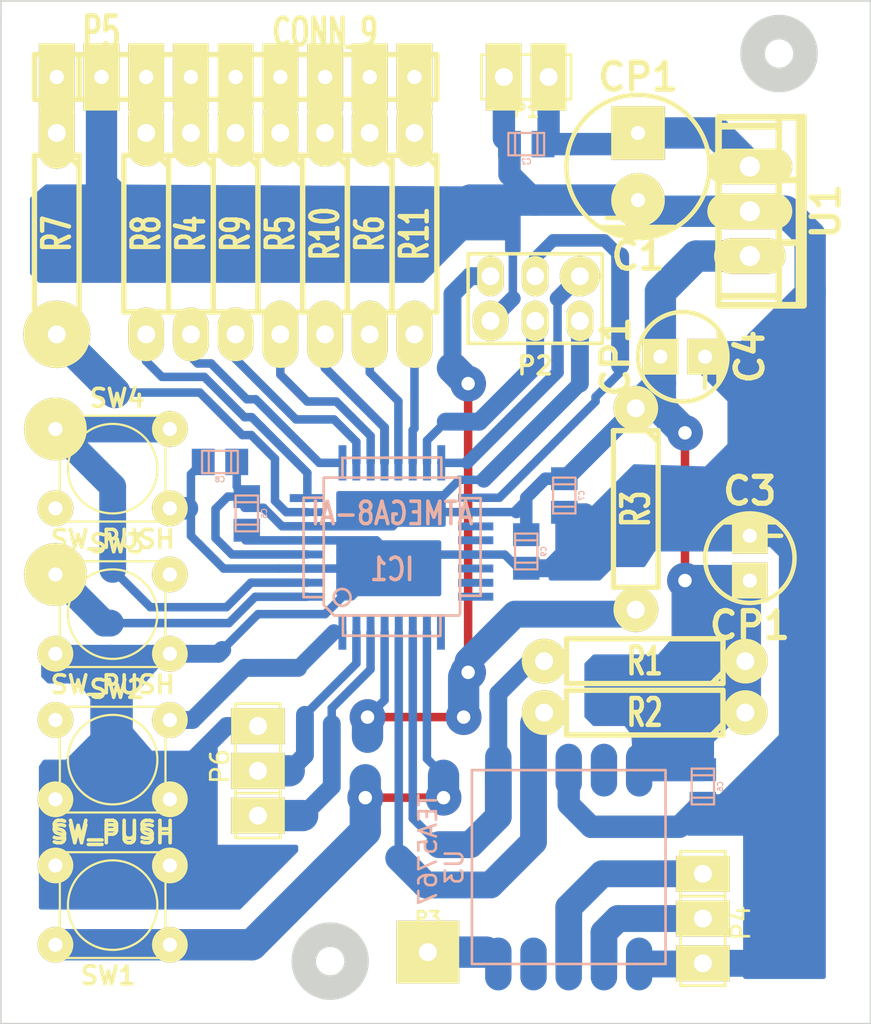
<source format=kicad_pcb>
(kicad_pcb (version 3) (host pcbnew "(2013-07-07 BZR 4022)-stable")

  (general
    (links 83)
    (no_connects 3)
    (area 74.244999 32.461999 123.748001 90.601001)
    (thickness 1.6)
    (drawings 7)
    (tracks 292)
    (zones 0)
    (modules 33)
    (nets 35)
  )

  (page A3)
  (layers
    (15 Gorna signal)
    (0 Dolna signal)
    (16 Kleju_Dolna user)
    (17 Kleju_Gorna user)
    (18 Pasty_Dolna user)
    (19 Pasty_Gorna user)
    (20 Opisowa_Dolna user)
    (21 Opisowa_Gorna user)
    (22 Maski_Dolna user)
    (23 Maski_Gorna user)
    (24 Rysunkowa user)
    (25 Komentarzy user)
    (26 ECO1 user)
    (27 ECO2 user)
    (28 Krawedziowa user)
  )

  (setup
    (last_trace_width 1.524)
    (user_trace_width 0.4826)
    (user_trace_width 0.508)
    (user_trace_width 0.7112)
    (user_trace_width 0.889)
    (user_trace_width 1.016)
    (user_trace_width 1.27)
    (user_trace_width 1.524)
    (user_trace_width 1.778)
    (trace_clearance 0.254)
    (zone_clearance 0.508)
    (zone_45_only no)
    (trace_min 0.254)
    (segment_width 0.2)
    (edge_width 0.1)
    (via_size 0.889)
    (via_drill 0.635)
    (via_min_size 0.889)
    (via_min_drill 0.508)
    (user_via 1.27 0.762)
    (user_via 1.524 0.762)
    (user_via 1.778 0.762)
    (user_via 2.032 0.762)
    (uvia_size 0.508)
    (uvia_drill 0.127)
    (uvias_allowed no)
    (uvia_min_size 0.508)
    (uvia_min_drill 0.127)
    (pcb_text_width 0.3)
    (pcb_text_size 1.5 1.5)
    (mod_edge_width 0.15)
    (mod_text_size 1 1)
    (mod_text_width 0.15)
    (pad_size 3.556 3.556)
    (pad_drill 0.8)
    (pad_to_mask_clearance 0)
    (aux_axis_origin 0 0)
    (visible_elements 7FFFFFFF)
    (pcbplotparams
      (layerselection 3178497)
      (usegerberextensions true)
      (excludeedgelayer true)
      (linewidth 0.150000)
      (plotframeref false)
      (viasonmask false)
      (mode 1)
      (useauxorigin false)
      (hpglpennumber 1)
      (hpglpenspeed 20)
      (hpglpendiameter 15)
      (hpglpenoverlay 2)
      (psnegative false)
      (psa4output false)
      (plotreference true)
      (plotvalue true)
      (plotothertext true)
      (plotinvisibletext false)
      (padsonsilk false)
      (subtractmaskfromsilk false)
      (outputformat 1)
      (mirror false)
      (drillshape 1)
      (scaleselection 1)
      (outputdirectory ""))
  )

  (net 0 "")
  (net 1 +5V)
  (net 2 GND)
  (net 3 MISO)
  (net 4 MOSI)
  (net 5 N-0000010)
  (net 6 N-0000011)
  (net 7 N-0000012)
  (net 8 N-0000014)
  (net 9 N-0000015)
  (net 10 N-0000016)
  (net 11 N-000003)
  (net 12 N-000005)
  (net 13 N-000006)
  (net 14 N-000007)
  (net 15 N-000008)
  (net 16 N-000009)
  (net 17 RST)
  (net 18 RXD)
  (net 19 SCK)
  (net 20 SCL)
  (net 21 SDA)
  (net 22 TXD)
  (net 23 btn_1)
  (net 24 btn_2)
  (net 25 btn_3)
  (net 26 btn_4)
  (net 27 seg_A)
  (net 28 seg_B)
  (net 29 seg_C)
  (net 30 seg_D)
  (net 31 seg_DP)
  (net 32 seg_E)
  (net 33 seg_F)
  (net 34 seg_G)

  (net_class Default "To jest domyślna klasa połączeń."
    (clearance 0.254)
    (trace_width 0.254)
    (via_dia 0.889)
    (via_drill 0.635)
    (uvia_dia 0.508)
    (uvia_drill 0.127)
    (add_net "")
    (add_net +5V)
    (add_net GND)
    (add_net MISO)
    (add_net MOSI)
    (add_net N-0000010)
    (add_net N-0000011)
    (add_net N-0000012)
    (add_net N-0000014)
    (add_net N-0000015)
    (add_net N-0000016)
    (add_net N-000003)
    (add_net N-000005)
    (add_net N-000006)
    (add_net N-000007)
    (add_net N-000008)
    (add_net N-000009)
    (add_net RST)
    (add_net RXD)
    (add_net SCK)
    (add_net SCL)
    (add_net SDA)
    (add_net TXD)
    (add_net btn_1)
    (add_net btn_2)
    (add_net btn_3)
    (add_net btn_4)
    (add_net seg_A)
    (add_net seg_B)
    (add_net seg_C)
    (add_net seg_D)
    (add_net seg_DP)
    (add_net seg_E)
    (add_net seg_F)
    (add_net seg_G)
  )

  (module TQFP32 (layer Dolna) (tedit 43A670DA) (tstamp 5668A7B2)
    (at 96.52 63.5)
    (path /56675482)
    (fp_text reference IC1 (at 0 1.27) (layer Opisowa_Dolna)
      (effects (font (size 1.27 1.016) (thickness 0.2032)) (justify mirror))
    )
    (fp_text value ATMEGA8-AI (at 0 -1.905) (layer Opisowa_Dolna)
      (effects (font (size 1.27 1.016) (thickness 0.2032)) (justify mirror))
    )
    (fp_line (start 5.0292 -2.7686) (end 3.8862 -2.7686) (layer Opisowa_Dolna) (width 0.1524))
    (fp_line (start 5.0292 2.7686) (end 3.9116 2.7686) (layer Opisowa_Dolna) (width 0.1524))
    (fp_line (start 5.0292 -2.7686) (end 5.0292 2.7686) (layer Opisowa_Dolna) (width 0.1524))
    (fp_line (start 2.794 -3.9624) (end 2.794 -5.0546) (layer Opisowa_Dolna) (width 0.1524))
    (fp_line (start -2.8194 -3.9878) (end -2.8194 -5.0546) (layer Opisowa_Dolna) (width 0.1524))
    (fp_line (start -2.8448 -5.0546) (end 2.794 -5.08) (layer Opisowa_Dolna) (width 0.1524))
    (fp_line (start -2.794 5.0292) (end 2.7178 5.0546) (layer Opisowa_Dolna) (width 0.1524))
    (fp_line (start -3.8862 3.2766) (end -3.8862 -3.9116) (layer Opisowa_Dolna) (width 0.1524))
    (fp_line (start 2.7432 5.0292) (end 2.7432 3.9878) (layer Opisowa_Dolna) (width 0.1524))
    (fp_line (start -3.2512 3.8862) (end 3.81 3.8862) (layer Opisowa_Dolna) (width 0.1524))
    (fp_line (start 3.8608 -3.937) (end 3.8608 3.7846) (layer Opisowa_Dolna) (width 0.1524))
    (fp_line (start -3.8862 -3.937) (end 3.7338 -3.937) (layer Opisowa_Dolna) (width 0.1524))
    (fp_line (start -5.0292 2.8448) (end -5.0292 -2.794) (layer Opisowa_Dolna) (width 0.1524))
    (fp_line (start -5.0292 -2.794) (end -3.8862 -2.794) (layer Opisowa_Dolna) (width 0.1524))
    (fp_line (start -3.87604 3.302) (end -3.29184 3.8862) (layer Opisowa_Dolna) (width 0.1524))
    (fp_line (start -5.02412 2.8448) (end -3.87604 2.8448) (layer Opisowa_Dolna) (width 0.1524))
    (fp_line (start -2.794 3.8862) (end -2.794 5.03428) (layer Opisowa_Dolna) (width 0.1524))
    (fp_circle (center -2.83972 2.86004) (end -2.43332 2.60604) (layer Opisowa_Dolna) (width 0.1524))
    (pad 8 smd rect (at -4.81584 -2.77622) (size 1.99898 0.44958)
      (layers Dolna Pasty_Dolna Maski_Dolna)
      (net 28 seg_B)
    )
    (pad 7 smd rect (at -4.81584 -1.97612) (size 1.99898 0.44958)
      (layers Dolna Pasty_Dolna Maski_Dolna)
      (net 27 seg_A)
    )
    (pad 6 smd rect (at -4.81584 -1.17602) (size 1.99898 0.44958)
      (layers Dolna Pasty_Dolna Maski_Dolna)
      (net 1 +5V)
    )
    (pad 5 smd rect (at -4.81584 -0.37592) (size 1.99898 0.44958)
      (layers Dolna Pasty_Dolna Maski_Dolna)
      (net 2 GND)
    )
    (pad 4 smd rect (at -4.81584 0.42418) (size 1.99898 0.44958)
      (layers Dolna Pasty_Dolna Maski_Dolna)
      (net 1 +5V)
    )
    (pad 3 smd rect (at -4.81584 1.22428) (size 1.99898 0.44958)
      (layers Dolna Pasty_Dolna Maski_Dolna)
      (net 2 GND)
    )
    (pad 2 smd rect (at -4.81584 2.02438) (size 1.99898 0.44958)
      (layers Dolna Pasty_Dolna Maski_Dolna)
      (net 26 btn_4)
    )
    (pad 1 smd rect (at -4.81584 2.82448) (size 1.99898 0.44958)
      (layers Dolna Pasty_Dolna Maski_Dolna)
      (net 25 btn_3)
    )
    (pad 24 smd rect (at 4.7498 2.8194) (size 1.99898 0.44958)
      (layers Dolna Pasty_Dolna Maski_Dolna)
    )
    (pad 17 smd rect (at 4.7498 -2.794) (size 1.99898 0.44958)
      (layers Dolna Pasty_Dolna Maski_Dolna)
      (net 19 SCK)
    )
    (pad 18 smd rect (at 4.7498 -1.9812) (size 1.99898 0.44958)
      (layers Dolna Pasty_Dolna Maski_Dolna)
      (net 1 +5V)
    )
    (pad 19 smd rect (at 4.7498 -1.1684) (size 1.99898 0.44958)
      (layers Dolna Pasty_Dolna Maski_Dolna)
    )
    (pad 20 smd rect (at 4.7498 -0.381) (size 1.99898 0.44958)
      (layers Dolna Pasty_Dolna Maski_Dolna)
    )
    (pad 21 smd rect (at 4.7498 0.4318) (size 1.99898 0.44958)
      (layers Dolna Pasty_Dolna Maski_Dolna)
      (net 2 GND)
    )
    (pad 22 smd rect (at 4.7498 1.2192) (size 1.99898 0.44958)
      (layers Dolna Pasty_Dolna Maski_Dolna)
    )
    (pad 23 smd rect (at 4.7498 2.032) (size 1.99898 0.44958)
      (layers Dolna Pasty_Dolna Maski_Dolna)
    )
    (pad 32 smd rect (at -2.82448 4.826) (size 0.44958 1.99898)
      (layers Dolna Pasty_Dolna Maski_Dolna)
      (net 24 btn_2)
    )
    (pad 31 smd rect (at -2.02692 4.826) (size 0.44958 1.99898)
      (layers Dolna Pasty_Dolna Maski_Dolna)
      (net 22 TXD)
    )
    (pad 30 smd rect (at -1.22428 4.826) (size 0.44958 1.99898)
      (layers Dolna Pasty_Dolna Maski_Dolna)
      (net 18 RXD)
    )
    (pad 29 smd rect (at -0.42672 4.826) (size 0.44958 1.99898)
      (layers Dolna Pasty_Dolna Maski_Dolna)
      (net 17 RST)
    )
    (pad 28 smd rect (at 0.37592 4.826) (size 0.44958 1.99898)
      (layers Dolna Pasty_Dolna Maski_Dolna)
      (net 20 SCL)
    )
    (pad 27 smd rect (at 1.17348 4.826) (size 0.44958 1.99898)
      (layers Dolna Pasty_Dolna Maski_Dolna)
      (net 21 SDA)
    )
    (pad 26 smd rect (at 1.97612 4.826) (size 0.44958 1.99898)
      (layers Dolna Pasty_Dolna Maski_Dolna)
      (net 23 btn_1)
    )
    (pad 25 smd rect (at 2.77368 4.826) (size 0.44958 1.99898)
      (layers Dolna Pasty_Dolna Maski_Dolna)
    )
    (pad 9 smd rect (at -2.8194 -4.7752) (size 0.44958 1.99898)
      (layers Dolna Pasty_Dolna Maski_Dolna)
      (net 33 seg_F)
    )
    (pad 10 smd rect (at -2.032 -4.7752) (size 0.44958 1.99898)
      (layers Dolna Pasty_Dolna Maski_Dolna)
      (net 34 seg_G)
    )
    (pad 11 smd rect (at -1.2192 -4.7752) (size 0.44958 1.99898)
      (layers Dolna Pasty_Dolna Maski_Dolna)
      (net 29 seg_C)
    )
    (pad 12 smd rect (at -0.4318 -4.7752) (size 0.44958 1.99898)
      (layers Dolna Pasty_Dolna Maski_Dolna)
      (net 30 seg_D)
    )
    (pad 13 smd rect (at 0.3556 -4.7752) (size 0.44958 1.99898)
      (layers Dolna Pasty_Dolna Maski_Dolna)
      (net 32 seg_E)
    )
    (pad 14 smd rect (at 1.1684 -4.7752) (size 0.44958 1.99898)
      (layers Dolna Pasty_Dolna Maski_Dolna)
      (net 31 seg_DP)
    )
    (pad 15 smd rect (at 1.9812 -4.7752) (size 0.44958 1.99898)
      (layers Dolna Pasty_Dolna Maski_Dolna)
      (net 4 MOSI)
    )
    (pad 16 smd rect (at 2.794 -4.7752) (size 0.44958 1.99898)
      (layers Dolna Pasty_Dolna Maski_Dolna)
      (net 3 MISO)
    )
    (model smd/tqfp32.wrl
      (at (xyz 0 0 0))
      (scale (xyz 1 1 1))
      (rotate (xyz 0 0 0))
    )
  )

  (module TO-220 (layer Gorna) (tedit 56696F32) (tstamp 5668A244)
    (at 116.84 44.45 270)
    (descr "Non Isolated JEDEC TO-220 Package")
    (tags "Power Integration YN Package")
    (path /5668AB90)
    (fp_text reference U1 (at 0 -4.318 270) (layer Opisowa_Gorna)
      (effects (font (size 1.524 1.524) (thickness 0.3048)))
    )
    (fp_text value 7805_TO-220 (at 0 -4.318 270) (layer Opisowa_Gorna) hide
      (effects (font (size 1.524 1.524) (thickness 0.3048)))
    )
    (fp_line (start 4.826 -1.651) (end 4.826 1.778) (layer Opisowa_Gorna) (width 0.381))
    (fp_line (start -4.826 -1.651) (end -4.826 1.778) (layer Opisowa_Gorna) (width 0.381))
    (fp_line (start 5.334 -2.794) (end -5.334 -2.794) (layer Opisowa_Gorna) (width 0.381))
    (fp_line (start 1.778 -1.778) (end 1.778 -3.048) (layer Opisowa_Gorna) (width 0.381))
    (fp_line (start -1.778 -1.778) (end -1.778 -3.048) (layer Opisowa_Gorna) (width 0.381))
    (fp_line (start -5.334 -1.651) (end 5.334 -1.651) (layer Opisowa_Gorna) (width 0.381))
    (fp_line (start 5.334 1.778) (end -5.334 1.778) (layer Opisowa_Gorna) (width 0.381))
    (fp_line (start -5.334 -3.048) (end -5.334 1.778) (layer Opisowa_Gorna) (width 0.381))
    (fp_line (start 5.334 -3.048) (end 5.334 1.778) (layer Opisowa_Gorna) (width 0.381))
    (fp_line (start 5.334 -3.048) (end -5.334 -3.048) (layer Opisowa_Gorna) (width 0.381))
    (pad 2 thru_hole oval (at 0 0 270) (size 2.032 4.826) (drill 1.143)
      (layers *.Cu *.Mask Opisowa_Gorna)
      (net 2 GND)
    )
    (pad 3 thru_hole oval (at 2.54 0 270) (size 2.032 4.064) (drill 1.143)
      (layers *.Cu *.Mask Opisowa_Gorna)
      (net 1 +5V)
    )
    (pad 1 thru_hole oval (at -2.54 0 270) (size 2.032 4.826) (drill 1.143)
      (layers *.Cu *.Mask Opisowa_Gorna)
      (net 8 N-0000014)
    )
  )

  (module SIL-9 (layer Gorna) (tedit 56698261) (tstamp 5668A29C)
    (at 87.63 36.83)
    (descr "Connecteur 9 pins")
    (tags "CONN DEV")
    (path /56673797)
    (fp_text reference P5 (at -7.62 -2.54) (layer Opisowa_Gorna)
      (effects (font (size 1.72974 1.08712) (thickness 0.3048)))
    )
    (fp_text value CONN_9 (at 5.08 -2.54) (layer Opisowa_Gorna)
      (effects (font (size 1.524 1.016) (thickness 0.3048)))
    )
    (fp_line (start 11.43 -1.27) (end 11.43 1.27) (layer Opisowa_Gorna) (width 0.3048))
    (fp_line (start 11.43 1.27) (end -11.43 1.27) (layer Opisowa_Gorna) (width 0.3048))
    (fp_line (start -11.43 1.27) (end -11.43 -1.27) (layer Opisowa_Gorna) (width 0.3048))
    (fp_line (start 11.43 -1.27) (end -11.43 -1.27) (layer Opisowa_Gorna) (width 0.3048))
    (fp_line (start -8.89 -1.27) (end -8.89 1.27) (layer Opisowa_Gorna) (width 0.3048))
    (pad 1 thru_hole rect (at -10.16 0) (size 2.032 3.81) (drill 0.8128)
      (layers *.Cu *.Mask Opisowa_Gorna)
      (net 11 N-000003)
    )
    (pad 2 thru_hole rect (at -7.62 0) (size 2.032 3.81) (drill 0.8128)
      (layers *.Cu *.Mask Opisowa_Gorna)
      (net 2 GND)
    )
    (pad 3 thru_hole rect (at -5.08 0) (size 2.032 3.81) (drill 0.8128)
      (layers *.Cu *.Mask Opisowa_Gorna)
      (net 12 N-000005)
    )
    (pad 4 thru_hole rect (at -2.54 0) (size 2.032 3.81) (drill 0.8128)
      (layers *.Cu *.Mask Opisowa_Gorna)
      (net 7 N-0000012)
    )
    (pad 5 thru_hole rect (at 0 0) (size 2.032 3.81) (drill 0.8128)
      (layers *.Cu *.Mask Opisowa_Gorna)
      (net 6 N-0000011)
    )
    (pad 6 thru_hole rect (at 2.54 0) (size 2.032 3.81) (drill 0.8128)
      (layers *.Cu *.Mask Opisowa_Gorna)
      (net 5 N-0000010)
    )
    (pad 7 thru_hole rect (at 5.08 0) (size 2.032 3.81) (drill 0.8128)
      (layers *.Cu *.Mask Opisowa_Gorna)
      (net 16 N-000009)
    )
    (pad 8 thru_hole rect (at 7.62 0) (size 2.032 3.81) (drill 0.8128)
      (layers *.Cu *.Mask Opisowa_Gorna)
      (net 15 N-000008)
    )
    (pad 9 thru_hole rect (at 10.16 0) (size 2.032 3.81) (drill 0.8128)
      (layers *.Cu *.Mask Opisowa_Gorna)
      (net 14 N-000007)
    )
  )

  (module R4-5 (layer Gorna) (tedit 5669828F) (tstamp 5668A2A9)
    (at 87.63 45.72 270)
    (path /5667377D)
    (fp_text reference R9 (at 0 0 270) (layer Opisowa_Gorna)
      (effects (font (size 1.524 1.016) (thickness 0.3048)))
    )
    (fp_text value R (at 0 0 270) (layer Opisowa_Gorna) hide
      (effects (font (size 1.524 1.016) (thickness 0.3048)))
    )
    (fp_line (start -4.445 -1.27) (end -4.445 1.27) (layer Opisowa_Gorna) (width 0.3048))
    (fp_line (start -4.445 1.27) (end 4.445 1.27) (layer Opisowa_Gorna) (width 0.3048))
    (fp_line (start 4.445 1.27) (end 4.445 -1.27) (layer Opisowa_Gorna) (width 0.3048))
    (fp_line (start 4.445 -1.27) (end -4.445 -1.27) (layer Opisowa_Gorna) (width 0.3048))
    (fp_line (start -4.445 -0.635) (end -3.81 -1.27) (layer Opisowa_Gorna) (width 0.3048))
    (fp_line (start -4.445 0) (end -5.715 0) (layer Opisowa_Gorna) (width 0.3048))
    (fp_line (start 4.445 0) (end 5.715 0) (layer Opisowa_Gorna) (width 0.3048))
    (pad 1 thru_hole oval (at -5.715 0 270) (size 3.81 2.032) (drill 1.016)
      (layers *.Cu *.Mask Opisowa_Gorna)
      (net 6 N-0000011)
    )
    (pad 2 thru_hole oval (at 5.715 0 270) (size 3.048 2.032) (drill 1.016)
      (layers *.Cu *.Mask Opisowa_Gorna)
      (net 34 seg_G)
    )
    (model discret/resistor.wrl
      (at (xyz 0 0 0))
      (scale (xyz 0.45 0.45 0.45))
      (rotate (xyz 0 0 0))
    )
  )

  (module R4-5 (layer Gorna) (tedit 56698303) (tstamp 5668DBB3)
    (at 110.363 61.341 270)
    (path /56675659)
    (fp_text reference R3 (at 0 0 270) (layer Opisowa_Gorna)
      (effects (font (size 1.524 1.016) (thickness 0.3048)))
    )
    (fp_text value R (at 0 0 270) (layer Opisowa_Gorna) hide
      (effects (font (size 1.524 1.016) (thickness 0.3048)))
    )
    (fp_line (start -4.445 -1.27) (end -4.445 1.27) (layer Opisowa_Gorna) (width 0.3048))
    (fp_line (start -4.445 1.27) (end 4.445 1.27) (layer Opisowa_Gorna) (width 0.3048))
    (fp_line (start 4.445 1.27) (end 4.445 -1.27) (layer Opisowa_Gorna) (width 0.3048))
    (fp_line (start 4.445 -1.27) (end -4.445 -1.27) (layer Opisowa_Gorna) (width 0.3048))
    (fp_line (start -4.445 -0.635) (end -3.81 -1.27) (layer Opisowa_Gorna) (width 0.3048))
    (fp_line (start -4.445 0) (end -5.715 0) (layer Opisowa_Gorna) (width 0.3048))
    (fp_line (start 4.445 0) (end 5.715 0) (layer Opisowa_Gorna) (width 0.3048))
    (pad 1 thru_hole oval (at -5.715 0 270) (size 2.54 2.54) (drill 1.016)
      (layers *.Cu *.Mask Opisowa_Gorna)
      (net 1 +5V)
    )
    (pad 2 thru_hole circle (at 5.715 0 270) (size 2.54 2.54) (drill 1.016)
      (layers *.Cu *.Mask Opisowa_Gorna)
      (net 17 RST)
    )
    (model discret/resistor.wrl
      (at (xyz 0 0 0))
      (scale (xyz 0.45 0.45 0.45))
      (rotate (xyz 0 0 0))
    )
  )

  (module R4-5 (layer Gorna) (tedit 566982B3) (tstamp 5668A2C3)
    (at 97.79 45.72 270)
    (path /5667378F)
    (fp_text reference R11 (at 0 0 270) (layer Opisowa_Gorna)
      (effects (font (size 1.524 1.016) (thickness 0.3048)))
    )
    (fp_text value R (at 0 0 270) (layer Opisowa_Gorna) hide
      (effects (font (size 1.524 1.016) (thickness 0.3048)))
    )
    (fp_line (start -4.445 -1.27) (end -4.445 1.27) (layer Opisowa_Gorna) (width 0.3048))
    (fp_line (start -4.445 1.27) (end 4.445 1.27) (layer Opisowa_Gorna) (width 0.3048))
    (fp_line (start 4.445 1.27) (end 4.445 -1.27) (layer Opisowa_Gorna) (width 0.3048))
    (fp_line (start 4.445 -1.27) (end -4.445 -1.27) (layer Opisowa_Gorna) (width 0.3048))
    (fp_line (start -4.445 -0.635) (end -3.81 -1.27) (layer Opisowa_Gorna) (width 0.3048))
    (fp_line (start -4.445 0) (end -5.715 0) (layer Opisowa_Gorna) (width 0.3048))
    (fp_line (start 4.445 0) (end 5.715 0) (layer Opisowa_Gorna) (width 0.3048))
    (pad 1 thru_hole oval (at -5.715 0 270) (size 3.81 2.032) (drill 1.016)
      (layers *.Cu *.Mask Opisowa_Gorna)
      (net 14 N-000007)
    )
    (pad 2 thru_hole oval (at 5.715 0 270) (size 3.81 2.032) (drill 1.016)
      (layers *.Cu *.Mask Opisowa_Gorna)
      (net 31 seg_DP)
    )
    (model discret/resistor.wrl
      (at (xyz 0 0 0))
      (scale (xyz 0.45 0.45 0.45))
      (rotate (xyz 0 0 0))
    )
  )

  (module R4-5 (layer Gorna) (tedit 566982A0) (tstamp 5668A2D0)
    (at 92.71 45.72 270)
    (path /56673789)
    (fp_text reference R10 (at 0 0 270) (layer Opisowa_Gorna)
      (effects (font (size 1.524 1.016) (thickness 0.3048)))
    )
    (fp_text value R (at 0 0 270) (layer Opisowa_Gorna) hide
      (effects (font (size 1.524 1.016) (thickness 0.3048)))
    )
    (fp_line (start -4.445 -1.27) (end -4.445 1.27) (layer Opisowa_Gorna) (width 0.3048))
    (fp_line (start -4.445 1.27) (end 4.445 1.27) (layer Opisowa_Gorna) (width 0.3048))
    (fp_line (start 4.445 1.27) (end 4.445 -1.27) (layer Opisowa_Gorna) (width 0.3048))
    (fp_line (start 4.445 -1.27) (end -4.445 -1.27) (layer Opisowa_Gorna) (width 0.3048))
    (fp_line (start -4.445 -0.635) (end -3.81 -1.27) (layer Opisowa_Gorna) (width 0.3048))
    (fp_line (start -4.445 0) (end -5.715 0) (layer Opisowa_Gorna) (width 0.3048))
    (fp_line (start 4.445 0) (end 5.715 0) (layer Opisowa_Gorna) (width 0.3048))
    (pad 1 thru_hole oval (at -5.715 0 270) (size 3.81 2.032) (drill 1.016)
      (layers *.Cu *.Mask Opisowa_Gorna)
      (net 16 N-000009)
    )
    (pad 2 thru_hole oval (at 5.715 0 270) (size 3.81 2.032) (drill 1.016)
      (layers *.Cu *.Mask Opisowa_Gorna)
      (net 30 seg_D)
    )
    (model discret/resistor.wrl
      (at (xyz 0 0 0))
      (scale (xyz 0.45 0.45 0.45))
      (rotate (xyz 0 0 0))
    )
  )

  (module R4-5 (layer Gorna) (tedit 56698298) (tstamp 5668A2DD)
    (at 90.17 45.72 270)
    (path /56673783)
    (fp_text reference R5 (at 0 0 270) (layer Opisowa_Gorna)
      (effects (font (size 1.524 1.016) (thickness 0.3048)))
    )
    (fp_text value R (at 0 0 270) (layer Opisowa_Gorna) hide
      (effects (font (size 1.524 1.016) (thickness 0.3048)))
    )
    (fp_line (start -4.445 -1.27) (end -4.445 1.27) (layer Opisowa_Gorna) (width 0.3048))
    (fp_line (start -4.445 1.27) (end 4.445 1.27) (layer Opisowa_Gorna) (width 0.3048))
    (fp_line (start 4.445 1.27) (end 4.445 -1.27) (layer Opisowa_Gorna) (width 0.3048))
    (fp_line (start 4.445 -1.27) (end -4.445 -1.27) (layer Opisowa_Gorna) (width 0.3048))
    (fp_line (start -4.445 -0.635) (end -3.81 -1.27) (layer Opisowa_Gorna) (width 0.3048))
    (fp_line (start -4.445 0) (end -5.715 0) (layer Opisowa_Gorna) (width 0.3048))
    (fp_line (start 4.445 0) (end 5.715 0) (layer Opisowa_Gorna) (width 0.3048))
    (pad 1 thru_hole oval (at -5.715 0 270) (size 3.81 2.032) (drill 1.016)
      (layers *.Cu *.Mask Opisowa_Gorna)
      (net 5 N-0000010)
    )
    (pad 2 thru_hole oval (at 5.715 0 270) (size 3.81 2.032) (drill 1.016)
      (layers *.Cu *.Mask Opisowa_Gorna)
      (net 29 seg_C)
    )
    (model discret/resistor.wrl
      (at (xyz 0 0 0))
      (scale (xyz 0.45 0.45 0.45))
      (rotate (xyz 0 0 0))
    )
  )

  (module R4-5 (layer Gorna) (tedit 56698286) (tstamp 5668A2EA)
    (at 85.09 45.72 270)
    (path /5667375F)
    (fp_text reference R4 (at 0 0 270) (layer Opisowa_Gorna)
      (effects (font (size 1.524 1.016) (thickness 0.3048)))
    )
    (fp_text value R (at 0 0 270) (layer Opisowa_Gorna) hide
      (effects (font (size 1.524 1.016) (thickness 0.3048)))
    )
    (fp_line (start -4.445 -1.27) (end -4.445 1.27) (layer Opisowa_Gorna) (width 0.3048))
    (fp_line (start -4.445 1.27) (end 4.445 1.27) (layer Opisowa_Gorna) (width 0.3048))
    (fp_line (start 4.445 1.27) (end 4.445 -1.27) (layer Opisowa_Gorna) (width 0.3048))
    (fp_line (start 4.445 -1.27) (end -4.445 -1.27) (layer Opisowa_Gorna) (width 0.3048))
    (fp_line (start -4.445 -0.635) (end -3.81 -1.27) (layer Opisowa_Gorna) (width 0.3048))
    (fp_line (start -4.445 0) (end -5.715 0) (layer Opisowa_Gorna) (width 0.3048))
    (fp_line (start 4.445 0) (end 5.715 0) (layer Opisowa_Gorna) (width 0.3048))
    (pad 1 thru_hole oval (at -5.715 0 270) (size 3.81 2.032) (drill 1.016)
      (layers *.Cu *.Mask Opisowa_Gorna)
      (net 7 N-0000012)
    )
    (pad 2 thru_hole oval (at 5.715 0 270) (size 3.048 2.032) (drill 1.016)
      (layers *.Cu *.Mask Opisowa_Gorna)
      (net 33 seg_F)
    )
    (model discret/resistor.wrl
      (at (xyz 0 0 0))
      (scale (xyz 0.45 0.45 0.45))
      (rotate (xyz 0 0 0))
    )
  )

  (module R4-5 (layer Gorna) (tedit 56698279) (tstamp 5668A2F7)
    (at 82.55 45.72 270)
    (path /56673759)
    (fp_text reference R8 (at 0 0 270) (layer Opisowa_Gorna)
      (effects (font (size 1.524 1.016) (thickness 0.3048)))
    )
    (fp_text value R (at 0 0 270) (layer Opisowa_Gorna) hide
      (effects (font (size 1.524 1.016) (thickness 0.3048)))
    )
    (fp_line (start -4.445 -1.27) (end -4.445 1.27) (layer Opisowa_Gorna) (width 0.3048))
    (fp_line (start -4.445 1.27) (end 4.445 1.27) (layer Opisowa_Gorna) (width 0.3048))
    (fp_line (start 4.445 1.27) (end 4.445 -1.27) (layer Opisowa_Gorna) (width 0.3048))
    (fp_line (start 4.445 -1.27) (end -4.445 -1.27) (layer Opisowa_Gorna) (width 0.3048))
    (fp_line (start -4.445 -0.635) (end -3.81 -1.27) (layer Opisowa_Gorna) (width 0.3048))
    (fp_line (start -4.445 0) (end -5.715 0) (layer Opisowa_Gorna) (width 0.3048))
    (fp_line (start 4.445 0) (end 5.715 0) (layer Opisowa_Gorna) (width 0.3048))
    (pad 1 thru_hole oval (at -5.715 0 270) (size 3.81 2.032) (drill 1.016)
      (layers *.Cu *.Mask Opisowa_Gorna)
      (net 12 N-000005)
    )
    (pad 2 thru_hole oval (at 5.715 0 270) (size 3.048 2.032) (drill 1.016)
      (layers *.Cu *.Mask Opisowa_Gorna)
      (net 28 seg_B)
    )
    (model discret/resistor.wrl
      (at (xyz 0 0 0))
      (scale (xyz 0.45 0.45 0.45))
      (rotate (xyz 0 0 0))
    )
  )

  (module R4-5 (layer Gorna) (tedit 566982AB) (tstamp 5668A304)
    (at 95.25 45.72 270)
    (path /56673753)
    (fp_text reference R6 (at 0 0 270) (layer Opisowa_Gorna)
      (effects (font (size 1.524 1.016) (thickness 0.3048)))
    )
    (fp_text value R (at 0 0 270) (layer Opisowa_Gorna) hide
      (effects (font (size 1.524 1.016) (thickness 0.3048)))
    )
    (fp_line (start -4.445 -1.27) (end -4.445 1.27) (layer Opisowa_Gorna) (width 0.3048))
    (fp_line (start -4.445 1.27) (end 4.445 1.27) (layer Opisowa_Gorna) (width 0.3048))
    (fp_line (start 4.445 1.27) (end 4.445 -1.27) (layer Opisowa_Gorna) (width 0.3048))
    (fp_line (start 4.445 -1.27) (end -4.445 -1.27) (layer Opisowa_Gorna) (width 0.3048))
    (fp_line (start -4.445 -0.635) (end -3.81 -1.27) (layer Opisowa_Gorna) (width 0.3048))
    (fp_line (start -4.445 0) (end -5.715 0) (layer Opisowa_Gorna) (width 0.3048))
    (fp_line (start 4.445 0) (end 5.715 0) (layer Opisowa_Gorna) (width 0.3048))
    (pad 1 thru_hole oval (at -5.715 0 270) (size 3.81 2.032) (drill 1.016)
      (layers *.Cu *.Mask Opisowa_Gorna)
      (net 15 N-000008)
    )
    (pad 2 thru_hole oval (at 5.715 0 270) (size 3.81 2.032) (drill 1.016)
      (layers *.Cu *.Mask Opisowa_Gorna)
      (net 32 seg_E)
    )
    (model discret/resistor.wrl
      (at (xyz 0 0 0))
      (scale (xyz 0.45 0.45 0.45))
      (rotate (xyz 0 0 0))
    )
  )

  (module R4-5 (layer Gorna) (tedit 56696E4C) (tstamp 5668A311)
    (at 77.47 45.72 270)
    (path /56673746)
    (fp_text reference R7 (at 0 0 270) (layer Opisowa_Gorna)
      (effects (font (size 1.524 1.016) (thickness 0.3048)))
    )
    (fp_text value R (at 0 0 270) (layer Opisowa_Gorna) hide
      (effects (font (size 1.524 1.016) (thickness 0.3048)))
    )
    (fp_line (start -4.445 -1.27) (end -4.445 1.27) (layer Opisowa_Gorna) (width 0.3048))
    (fp_line (start -4.445 1.27) (end 4.445 1.27) (layer Opisowa_Gorna) (width 0.3048))
    (fp_line (start 4.445 1.27) (end 4.445 -1.27) (layer Opisowa_Gorna) (width 0.3048))
    (fp_line (start 4.445 -1.27) (end -4.445 -1.27) (layer Opisowa_Gorna) (width 0.3048))
    (fp_line (start -4.445 -0.635) (end -3.81 -1.27) (layer Opisowa_Gorna) (width 0.3048))
    (fp_line (start -4.445 0) (end -5.715 0) (layer Opisowa_Gorna) (width 0.3048))
    (fp_line (start 4.445 0) (end 5.715 0) (layer Opisowa_Gorna) (width 0.3048))
    (pad 1 thru_hole oval (at -5.715 0 270) (size 4.064 2.032) (drill 1.016)
      (layers *.Cu *.Mask Opisowa_Gorna)
      (net 11 N-000003)
    )
    (pad 2 thru_hole circle (at 5.715 0 270) (size 3.81 3.81) (drill 1.016)
      (layers *.Cu *.Mask Opisowa_Gorna)
      (net 27 seg_A)
    )
    (model discret/resistor.wrl
      (at (xyz 0 0 0))
      (scale (xyz 0.45 0.45 0.45))
      (rotate (xyz 0 0 0))
    )
  )

  (module R4-5 (layer Gorna) (tedit 56698322) (tstamp 5668A31E)
    (at 110.871 72.898 180)
    (path /56673737)
    (fp_text reference R2 (at 0 0 180) (layer Opisowa_Gorna)
      (effects (font (size 1.524 1.016) (thickness 0.3048)))
    )
    (fp_text value R (at 0 0 180) (layer Opisowa_Gorna) hide
      (effects (font (size 1.524 1.016) (thickness 0.3048)))
    )
    (fp_line (start -4.445 -1.27) (end -4.445 1.27) (layer Opisowa_Gorna) (width 0.3048))
    (fp_line (start -4.445 1.27) (end 4.445 1.27) (layer Opisowa_Gorna) (width 0.3048))
    (fp_line (start 4.445 1.27) (end 4.445 -1.27) (layer Opisowa_Gorna) (width 0.3048))
    (fp_line (start 4.445 -1.27) (end -4.445 -1.27) (layer Opisowa_Gorna) (width 0.3048))
    (fp_line (start -4.445 -0.635) (end -3.81 -1.27) (layer Opisowa_Gorna) (width 0.3048))
    (fp_line (start -4.445 0) (end -5.715 0) (layer Opisowa_Gorna) (width 0.3048))
    (fp_line (start 4.445 0) (end 5.715 0) (layer Opisowa_Gorna) (width 0.3048))
    (pad 1 thru_hole circle (at -5.715 0 180) (size 2.54 2.54) (drill 1.016)
      (layers *.Cu *.Mask Opisowa_Gorna)
      (net 1 +5V)
    )
    (pad 2 thru_hole circle (at 5.715 0 180) (size 2.54 2.54) (drill 1.016)
      (layers *.Cu *.Mask Opisowa_Gorna)
      (net 20 SCL)
    )
    (model discret/resistor.wrl
      (at (xyz 0 0 0))
      (scale (xyz 0.45 0.45 0.45))
      (rotate (xyz 0 0 0))
    )
  )

  (module R4-5 (layer Gorna) (tedit 56698326) (tstamp 5668A32B)
    (at 110.871 69.977 180)
    (path /56673728)
    (fp_text reference R1 (at 0 0 180) (layer Opisowa_Gorna)
      (effects (font (size 1.524 1.016) (thickness 0.3048)))
    )
    (fp_text value R (at 0 0 180) (layer Opisowa_Gorna) hide
      (effects (font (size 1.524 1.016) (thickness 0.3048)))
    )
    (fp_line (start -4.445 -1.27) (end -4.445 1.27) (layer Opisowa_Gorna) (width 0.3048))
    (fp_line (start -4.445 1.27) (end 4.445 1.27) (layer Opisowa_Gorna) (width 0.3048))
    (fp_line (start 4.445 1.27) (end 4.445 -1.27) (layer Opisowa_Gorna) (width 0.3048))
    (fp_line (start 4.445 -1.27) (end -4.445 -1.27) (layer Opisowa_Gorna) (width 0.3048))
    (fp_line (start -4.445 -0.635) (end -3.81 -1.27) (layer Opisowa_Gorna) (width 0.3048))
    (fp_line (start -4.445 0) (end -5.715 0) (layer Opisowa_Gorna) (width 0.3048))
    (fp_line (start 4.445 0) (end 5.715 0) (layer Opisowa_Gorna) (width 0.3048))
    (pad 1 thru_hole circle (at -5.715 0 180) (size 2.54 2.54) (drill 1.016)
      (layers *.Cu *.Mask Opisowa_Gorna)
      (net 1 +5V)
    )
    (pad 2 thru_hole circle (at 5.715 0 180) (size 2.54 2.54) (drill 1.016)
      (layers *.Cu *.Mask Opisowa_Gorna)
      (net 21 SDA)
    )
    (model discret/resistor.wrl
      (at (xyz 0 0 0))
      (scale (xyz 0.45 0.45 0.45))
      (rotate (xyz 0 0 0))
    )
  )

  (module pin_array_3x2 (layer Gorna) (tedit 56699857) (tstamp 5668A339)
    (at 104.648 49.403 180)
    (descr "Double rangee de contacts 2 x 4 pins")
    (tags CONN)
    (path /56676305)
    (fp_text reference P2 (at 0 -3.81 180) (layer Opisowa_Gorna)
      (effects (font (size 1.016 1.016) (thickness 0.2032)))
    )
    (fp_text value CONN_3X2 (at 0 3.81 180) (layer Opisowa_Gorna) hide
      (effects (font (size 1.016 1.016) (thickness 0.2032)))
    )
    (fp_line (start 3.81 2.54) (end -3.81 2.54) (layer Opisowa_Gorna) (width 0.2032))
    (fp_line (start -3.81 -2.54) (end 3.81 -2.54) (layer Opisowa_Gorna) (width 0.2032))
    (fp_line (start 3.81 -2.54) (end 3.81 2.54) (layer Opisowa_Gorna) (width 0.2032))
    (fp_line (start -3.81 2.54) (end -3.81 -2.54) (layer Opisowa_Gorna) (width 0.2032))
    (pad 1 thru_hole oval (at -2.54 1.27 180) (size 2.286 2.286) (drill 1.016)
      (layers *.Cu *.Mask Opisowa_Gorna)
      (net 3 MISO)
    )
    (pad 2 thru_hole oval (at -2.54 -1.27 180) (size 1.524 2.286) (drill 1.016)
      (layers *.Cu *.Mask Opisowa_Gorna)
      (net 1 +5V)
    )
    (pad 3 thru_hole oval (at 0 1.27 180) (size 1.524 2.286) (drill 1.016)
      (layers *.Cu *.Mask Opisowa_Gorna)
      (net 19 SCK)
    )
    (pad 4 thru_hole oval (at 0 -1.27 180) (size 1.524 2.286) (drill 1.016)
      (layers *.Cu *.Mask Opisowa_Gorna)
      (net 4 MOSI)
    )
    (pad 5 thru_hole oval (at 2.54 1.27 180) (size 1.524 2.286) (drill 1.016)
      (layers *.Cu *.Mask Opisowa_Gorna)
      (net 17 RST)
    )
    (pad 6 thru_hole oval (at 2.54 -1.27 180) (size 2.032 2.286) (drill 1.016)
      (layers *.Cu *.Mask Opisowa_Gorna)
      (net 2 GND)
    )
    (model pin_array/pins_array_3x2.wrl
      (at (xyz 0 0 0))
      (scale (xyz 1 1 1))
      (rotate (xyz 0 0 0))
    )
  )

  (module PIN_ARRAY_2X1 (layer Gorna) (tedit 56696ECF) (tstamp 5668A359)
    (at 104.14 36.83 180)
    (descr "Connecteurs 2 pins")
    (tags "CONN DEV")
    (path /5668A185)
    (fp_text reference P1 (at 0 -1.905 180) (layer Opisowa_Gorna)
      (effects (font (size 0.762 0.762) (thickness 0.1524)))
    )
    (fp_text value CONN_2 (at 0 -1.905 180) (layer Opisowa_Gorna) hide
      (effects (font (size 0.762 0.762) (thickness 0.1524)))
    )
    (fp_line (start -2.54 1.27) (end -2.54 -1.27) (layer Opisowa_Gorna) (width 0.1524))
    (fp_line (start -2.54 -1.27) (end 2.54 -1.27) (layer Opisowa_Gorna) (width 0.1524))
    (fp_line (start 2.54 -1.27) (end 2.54 1.27) (layer Opisowa_Gorna) (width 0.1524))
    (fp_line (start 2.54 1.27) (end -2.54 1.27) (layer Opisowa_Gorna) (width 0.1524))
    (pad 1 thru_hole rect (at -1.27 0 180) (size 2.032 3.81) (drill 1.016)
      (layers *.Cu *.Mask Opisowa_Gorna)
      (net 8 N-0000014)
    )
    (pad 2 thru_hole rect (at 1.27 0 180) (size 2.032 3.81) (drill 1.016)
      (layers *.Cu *.Mask Opisowa_Gorna)
      (net 2 GND)
    )
    (model pin_array/pins_array_2x1.wrl
      (at (xyz 0 0 0))
      (scale (xyz 1 1 1))
      (rotate (xyz 0 0 0))
    )
  )

  (module PIN_ARRAY_1 (layer Gorna) (tedit 56698397) (tstamp 5668A362)
    (at 98.552 86.487)
    (descr "1 pin")
    (tags "CONN DEV")
    (path /56675302)
    (fp_text reference P3 (at 0 -1.905) (layer Opisowa_Gorna)
      (effects (font (size 0.762 0.762) (thickness 0.1524)))
    )
    (fp_text value CONN_1 (at 0 -1.905) (layer Opisowa_Gorna) hide
      (effects (font (size 0.762 0.762) (thickness 0.1524)))
    )
    (fp_line (start 1.27 1.27) (end -1.27 1.27) (layer Opisowa_Gorna) (width 0.1524))
    (fp_line (start -1.27 -1.27) (end 1.27 -1.27) (layer Opisowa_Gorna) (width 0.1524))
    (fp_line (start -1.27 1.27) (end -1.27 -1.27) (layer Opisowa_Gorna) (width 0.1524))
    (fp_line (start 1.27 -1.27) (end 1.27 1.27) (layer Opisowa_Gorna) (width 0.1524))
    (pad 1 thru_hole rect (at 0 0) (size 3.556 3.556) (drill 1.016)
      (layers *.Cu *.Mask Opisowa_Gorna)
      (net 13 N-000006)
    )
    (model pin_array\pin_1.wrl
      (at (xyz 0 0 0))
      (scale (xyz 1 1 1))
      (rotate (xyz 0 0 0))
    )
  )

  (module CP_8x13mm (layer Gorna) (tedit 56696EAA) (tstamp 5668A38F)
    (at 110.49 41.91 180)
    (descr "Capacitor, pol, cyl 8x13mm")
    (path /5668A389)
    (fp_text reference C1 (at 0 -5.08 180) (layer Opisowa_Gorna)
      (effects (font (size 1.524 1.524) (thickness 0.3048)))
    )
    (fp_text value CP1 (at 0 5.08 180) (layer Opisowa_Gorna)
      (effects (font (size 1.524 1.524) (thickness 0.3048)))
    )
    (fp_line (start 2.032 -3.429) (end -2.032 -3.429) (layer Opisowa_Gorna) (width 0.254))
    (fp_line (start -2.032 -3.429) (end -1.651 -3.556) (layer Opisowa_Gorna) (width 0.254))
    (fp_line (start -1.651 -3.556) (end 1.651 -3.556) (layer Opisowa_Gorna) (width 0.254))
    (fp_line (start 1.651 -3.556) (end 2.032 -3.429) (layer Opisowa_Gorna) (width 0.254))
    (fp_circle (center 0 0) (end -4.064 0.127) (layer Opisowa_Gorna) (width 0.254))
    (fp_line (start 0.889 -2.921) (end 1.778 -2.921) (layer Opisowa_Gorna) (width 0.254))
    (fp_line (start 1.016 -3.937) (end -1.016 -3.937) (layer Opisowa_Gorna) (width 0.254))
    (fp_line (start -1.016 -3.81) (end 1.016 -3.81) (layer Opisowa_Gorna) (width 0.254))
    (fp_line (start -1.524 -3.683) (end 1.524 -3.683) (layer Opisowa_Gorna) (width 0.254))
    (pad 1 thru_hole rect (at 0 1.905 180) (size 3.048 3.048) (drill 0.8001)
      (layers *.Cu *.Mask Opisowa_Gorna)
      (net 8 N-0000014)
    )
    (pad 2 thru_hole circle (at 0 -1.905 180) (size 3.048 3.048) (drill 0.8001)
      (layers *.Cu *.Mask Opisowa_Gorna)
      (net 2 GND)
    )
    (model discret/capacitor/cp_8x13mm.wrl
      (at (xyz 0 0 0))
      (scale (xyz 1 1 1))
      (rotate (xyz 0 0 0))
    )
  )

  (module c_0805 (layer Dolna) (tedit 49047394) (tstamp 5668A39B)
    (at 106.299 60.579 90)
    (descr "SMT capacitor, 0805")
    (path /5667370A)
    (fp_text reference C7 (at 0 0.9906 90) (layer Opisowa_Dolna)
      (effects (font (size 0.29972 0.29972) (thickness 0.06096)) (justify mirror))
    )
    (fp_text value C (at 0 -0.9906 90) (layer Opisowa_Dolna) hide
      (effects (font (size 0.29972 0.29972) (thickness 0.06096)) (justify mirror))
    )
    (fp_line (start 0.635 0.635) (end 0.635 -0.635) (layer Opisowa_Dolna) (width 0.127))
    (fp_line (start -0.635 0.635) (end -0.635 -0.6096) (layer Opisowa_Dolna) (width 0.127))
    (fp_line (start -1.016 0.635) (end 1.016 0.635) (layer Opisowa_Dolna) (width 0.127))
    (fp_line (start 1.016 0.635) (end 1.016 -0.635) (layer Opisowa_Dolna) (width 0.127))
    (fp_line (start 1.016 -0.635) (end -1.016 -0.635) (layer Opisowa_Dolna) (width 0.127))
    (fp_line (start -1.016 -0.635) (end -1.016 0.635) (layer Opisowa_Dolna) (width 0.127))
    (pad 1 smd rect (at 0.9525 0 90) (size 1.30048 1.4986)
      (layers Dolna Pasty_Dolna Maski_Dolna)
      (net 1 +5V)
    )
    (pad 2 smd rect (at -0.9525 0 90) (size 1.30048 1.4986)
      (layers Dolna Pasty_Dolna Maski_Dolna)
      (net 2 GND)
    )
    (model smd/capacitors/c_0805.wrl
      (at (xyz 0 0 0))
      (scale (xyz 1 1 1))
      (rotate (xyz 0 0 0))
    )
  )

  (module c_0805 (layer Dolna) (tedit 49047394) (tstamp 5668A3A7)
    (at 104.14 63.754 90)
    (descr "SMT capacitor, 0805")
    (path /566767B1)
    (fp_text reference C9 (at 0 0.9906 90) (layer Opisowa_Dolna)
      (effects (font (size 0.29972 0.29972) (thickness 0.06096)) (justify mirror))
    )
    (fp_text value C (at 0 -0.9906 90) (layer Opisowa_Dolna) hide
      (effects (font (size 0.29972 0.29972) (thickness 0.06096)) (justify mirror))
    )
    (fp_line (start 0.635 0.635) (end 0.635 -0.635) (layer Opisowa_Dolna) (width 0.127))
    (fp_line (start -0.635 0.635) (end -0.635 -0.6096) (layer Opisowa_Dolna) (width 0.127))
    (fp_line (start -1.016 0.635) (end 1.016 0.635) (layer Opisowa_Dolna) (width 0.127))
    (fp_line (start 1.016 0.635) (end 1.016 -0.635) (layer Opisowa_Dolna) (width 0.127))
    (fp_line (start 1.016 -0.635) (end -1.016 -0.635) (layer Opisowa_Dolna) (width 0.127))
    (fp_line (start -1.016 -0.635) (end -1.016 0.635) (layer Opisowa_Dolna) (width 0.127))
    (pad 1 smd rect (at 0.9525 0 90) (size 1.30048 1.4986)
      (layers Dolna Pasty_Dolna Maski_Dolna)
      (net 1 +5V)
    )
    (pad 2 smd rect (at -0.9525 0 90) (size 1.30048 1.4986)
      (layers Dolna Pasty_Dolna Maski_Dolna)
      (net 2 GND)
    )
    (model smd/capacitors/c_0805.wrl
      (at (xyz 0 0 0))
      (scale (xyz 1 1 1))
      (rotate (xyz 0 0 0))
    )
  )

  (module c_0805 (layer Dolna) (tedit 49047394) (tstamp 5668A3B3)
    (at 86.741 58.674)
    (descr "SMT capacitor, 0805")
    (path /56676978)
    (fp_text reference C8 (at 0 0.9906) (layer Opisowa_Dolna)
      (effects (font (size 0.29972 0.29972) (thickness 0.06096)) (justify mirror))
    )
    (fp_text value C (at 0 -0.9906) (layer Opisowa_Dolna) hide
      (effects (font (size 0.29972 0.29972) (thickness 0.06096)) (justify mirror))
    )
    (fp_line (start 0.635 0.635) (end 0.635 -0.635) (layer Opisowa_Dolna) (width 0.127))
    (fp_line (start -0.635 0.635) (end -0.635 -0.6096) (layer Opisowa_Dolna) (width 0.127))
    (fp_line (start -1.016 0.635) (end 1.016 0.635) (layer Opisowa_Dolna) (width 0.127))
    (fp_line (start 1.016 0.635) (end 1.016 -0.635) (layer Opisowa_Dolna) (width 0.127))
    (fp_line (start 1.016 -0.635) (end -1.016 -0.635) (layer Opisowa_Dolna) (width 0.127))
    (fp_line (start -1.016 -0.635) (end -1.016 0.635) (layer Opisowa_Dolna) (width 0.127))
    (pad 1 smd rect (at 0.9525 0) (size 1.30048 1.4986)
      (layers Dolna Pasty_Dolna Maski_Dolna)
      (net 1 +5V)
    )
    (pad 2 smd rect (at -0.9525 0) (size 1.30048 1.4986)
      (layers Dolna Pasty_Dolna Maski_Dolna)
      (net 2 GND)
    )
    (model smd/capacitors/c_0805.wrl
      (at (xyz 0 0 0))
      (scale (xyz 1 1 1))
      (rotate (xyz 0 0 0))
    )
  )

  (module c_0805 (layer Dolna) (tedit 49047394) (tstamp 5668A3BF)
    (at 114.173 77.089 90)
    (descr "SMT capacitor, 0805")
    (path /566736FB)
    (fp_text reference C6 (at 0 0.9906 90) (layer Opisowa_Dolna)
      (effects (font (size 0.29972 0.29972) (thickness 0.06096)) (justify mirror))
    )
    (fp_text value C (at 0 -0.9906 90) (layer Opisowa_Dolna) hide
      (effects (font (size 0.29972 0.29972) (thickness 0.06096)) (justify mirror))
    )
    (fp_line (start 0.635 0.635) (end 0.635 -0.635) (layer Opisowa_Dolna) (width 0.127))
    (fp_line (start -0.635 0.635) (end -0.635 -0.6096) (layer Opisowa_Dolna) (width 0.127))
    (fp_line (start -1.016 0.635) (end 1.016 0.635) (layer Opisowa_Dolna) (width 0.127))
    (fp_line (start 1.016 0.635) (end 1.016 -0.635) (layer Opisowa_Dolna) (width 0.127))
    (fp_line (start 1.016 -0.635) (end -1.016 -0.635) (layer Opisowa_Dolna) (width 0.127))
    (fp_line (start -1.016 -0.635) (end -1.016 0.635) (layer Opisowa_Dolna) (width 0.127))
    (pad 1 smd rect (at 0.9525 0 90) (size 1.30048 1.4986)
      (layers Dolna Pasty_Dolna Maski_Dolna)
      (net 1 +5V)
    )
    (pad 2 smd rect (at -0.9525 0 90) (size 1.30048 1.4986)
      (layers Dolna Pasty_Dolna Maski_Dolna)
      (net 2 GND)
    )
    (model smd/capacitors/c_0805.wrl
      (at (xyz 0 0 0))
      (scale (xyz 1 1 1))
      (rotate (xyz 0 0 0))
    )
  )

  (module c_0805 (layer Dolna) (tedit 49047394) (tstamp 5668A3CB)
    (at 88.265 61.595 90)
    (descr "SMT capacitor, 0805")
    (path /566736EC)
    (fp_text reference C5 (at 0 0.9906 90) (layer Opisowa_Dolna)
      (effects (font (size 0.29972 0.29972) (thickness 0.06096)) (justify mirror))
    )
    (fp_text value C (at 0 -0.9906 90) (layer Opisowa_Dolna) hide
      (effects (font (size 0.29972 0.29972) (thickness 0.06096)) (justify mirror))
    )
    (fp_line (start 0.635 0.635) (end 0.635 -0.635) (layer Opisowa_Dolna) (width 0.127))
    (fp_line (start -0.635 0.635) (end -0.635 -0.6096) (layer Opisowa_Dolna) (width 0.127))
    (fp_line (start -1.016 0.635) (end 1.016 0.635) (layer Opisowa_Dolna) (width 0.127))
    (fp_line (start 1.016 0.635) (end 1.016 -0.635) (layer Opisowa_Dolna) (width 0.127))
    (fp_line (start 1.016 -0.635) (end -1.016 -0.635) (layer Opisowa_Dolna) (width 0.127))
    (fp_line (start -1.016 -0.635) (end -1.016 0.635) (layer Opisowa_Dolna) (width 0.127))
    (pad 1 smd rect (at 0.9525 0 90) (size 1.30048 1.4986)
      (layers Dolna Pasty_Dolna Maski_Dolna)
      (net 1 +5V)
    )
    (pad 2 smd rect (at -0.9525 0 90) (size 1.30048 1.4986)
      (layers Dolna Pasty_Dolna Maski_Dolna)
      (net 2 GND)
    )
    (model smd/capacitors/c_0805.wrl
      (at (xyz 0 0 0))
      (scale (xyz 1 1 1))
      (rotate (xyz 0 0 0))
    )
  )

  (module c_0805 (layer Dolna) (tedit 49047394) (tstamp 5668A3D7)
    (at 104.14 40.64)
    (descr "SMT capacitor, 0805")
    (path /5668A38F)
    (fp_text reference C2 (at 0 0.9906) (layer Opisowa_Dolna)
      (effects (font (size 0.29972 0.29972) (thickness 0.06096)) (justify mirror))
    )
    (fp_text value C (at 0 -0.9906) (layer Opisowa_Dolna) hide
      (effects (font (size 0.29972 0.29972) (thickness 0.06096)) (justify mirror))
    )
    (fp_line (start 0.635 0.635) (end 0.635 -0.635) (layer Opisowa_Dolna) (width 0.127))
    (fp_line (start -0.635 0.635) (end -0.635 -0.6096) (layer Opisowa_Dolna) (width 0.127))
    (fp_line (start -1.016 0.635) (end 1.016 0.635) (layer Opisowa_Dolna) (width 0.127))
    (fp_line (start 1.016 0.635) (end 1.016 -0.635) (layer Opisowa_Dolna) (width 0.127))
    (fp_line (start 1.016 -0.635) (end -1.016 -0.635) (layer Opisowa_Dolna) (width 0.127))
    (fp_line (start -1.016 -0.635) (end -1.016 0.635) (layer Opisowa_Dolna) (width 0.127))
    (pad 1 smd rect (at 0.9525 0) (size 1.30048 1.4986)
      (layers Dolna Pasty_Dolna Maski_Dolna)
      (net 8 N-0000014)
    )
    (pad 2 smd rect (at -0.9525 0) (size 1.30048 1.4986)
      (layers Dolna Pasty_Dolna Maski_Dolna)
      (net 2 GND)
    )
    (model smd/capacitors/c_0805.wrl
      (at (xyz 0 0 0))
      (scale (xyz 1 1 1))
      (rotate (xyz 0 0 0))
    )
  )

  (module CP_5x11mm (layer Gorna) (tedit 56698346) (tstamp 5668A371)
    (at 113.03 52.705 270)
    (descr "Capacitor, pol, cyl 5x11mm")
    (path /56673719)
    (fp_text reference C4 (at 0 -3.81 270) (layer Opisowa_Gorna)
      (effects (font (size 1.524 1.524) (thickness 0.3048)))
    )
    (fp_text value CP1 (at 0 3.81 270) (layer Opisowa_Gorna)
      (effects (font (size 1.524 1.524) (thickness 0.3048)))
    )
    (fp_line (start 0.889 -1.27) (end 1.778 -1.27) (layer Opisowa_Gorna) (width 0.254))
    (fp_line (start 1.016 -2.286) (end -1.016 -2.286) (layer Opisowa_Gorna) (width 0.254))
    (fp_line (start -1.016 -2.286) (end -1.016 -2.159) (layer Opisowa_Gorna) (width 0.254))
    (fp_line (start -1.016 -2.159) (end 1.016 -2.159) (layer Opisowa_Gorna) (width 0.254))
    (fp_line (start -1.524 -2.032) (end 1.524 -2.032) (layer Opisowa_Gorna) (width 0.254))
    (fp_circle (center 0 0) (end -2.54 0) (layer Opisowa_Gorna) (width 0.254))
    (pad 1 thru_hole rect (at 0 1.27 270) (size 2.032 2.032) (drill 0.8001)
      (layers *.Cu *.Mask Opisowa_Gorna)
      (net 1 +5V)
    )
    (pad 2 thru_hole rect (at 0 -1.27 270) (size 2.032 2.032) (drill 0.8001)
      (layers *.Cu *.Mask Opisowa_Gorna)
      (net 2 GND)
    )
    (model discret/capacitor/cp_5x11mm.wrl
      (at (xyz 0 0 0))
      (scale (xyz 1 1 1))
      (rotate (xyz 0 0 0))
    )
  )

  (module CP_5x11mm (layer Gorna) (tedit 5669836D) (tstamp 5668A380)
    (at 116.84 64.135)
    (descr "Capacitor, pol, cyl 5x11mm")
    (path /5667697E)
    (fp_text reference C3 (at 0 -3.81) (layer Opisowa_Gorna)
      (effects (font (size 1.524 1.524) (thickness 0.3048)))
    )
    (fp_text value CP1 (at 0 3.81) (layer Opisowa_Gorna)
      (effects (font (size 1.524 1.524) (thickness 0.3048)))
    )
    (fp_line (start 0.889 -1.27) (end 1.778 -1.27) (layer Opisowa_Gorna) (width 0.254))
    (fp_line (start 1.016 -2.286) (end -1.016 -2.286) (layer Opisowa_Gorna) (width 0.254))
    (fp_line (start -1.016 -2.286) (end -1.016 -2.159) (layer Opisowa_Gorna) (width 0.254))
    (fp_line (start -1.016 -2.159) (end 1.016 -2.159) (layer Opisowa_Gorna) (width 0.254))
    (fp_line (start -1.524 -2.032) (end 1.524 -2.032) (layer Opisowa_Gorna) (width 0.254))
    (fp_circle (center 0 0) (end -2.54 0) (layer Opisowa_Gorna) (width 0.254))
    (pad 1 thru_hole rect (at 0 1.27) (size 2.032 2.032) (drill 0.8001)
      (layers *.Cu *.Mask Opisowa_Gorna)
      (net 1 +5V)
    )
    (pad 2 thru_hole rect (at 0 -1.27) (size 2.032 2.032) (drill 0.8001)
      (layers *.Cu *.Mask Opisowa_Gorna)
      (net 2 GND)
    )
    (model discret/capacitor/cp_5x11mm.wrl
      (at (xyz 0 0 0))
      (scale (xyz 1 1 1))
      (rotate (xyz 0 0 0))
    )
  )

  (module TEA5767_SMD (layer Dolna) (tedit 56675FD4) (tstamp 5668A641)
    (at 106.553 81.661 270)
    (path /5668ABD0)
    (fp_text reference U3 (at 0 6.5 270) (layer Opisowa_Dolna)
      (effects (font (size 1 1) (thickness 0.15)) (justify mirror))
    )
    (fp_text value TEA5767 (at -1 8 270) (layer Opisowa_Dolna)
      (effects (font (size 1 1) (thickness 0.15)) (justify mirror))
    )
    (fp_line (start -5.5 -5.5) (end 5.5 -5.5) (layer Opisowa_Dolna) (width 0.15))
    (fp_line (start 5.5 -5.5) (end 5.5 5.5) (layer Opisowa_Dolna) (width 0.15))
    (fp_line (start 5.5 5.5) (end -5.5 5.5) (layer Opisowa_Dolna) (width 0.15))
    (fp_line (start -5.5 5.5) (end -5.5 -5.5) (layer Opisowa_Dolna) (width 0.15))
    (pad 1 smd oval (at -5.5 4 270) (size 3 1.5)
      (layers Dolna Pasty_Dolna Maski_Dolna)
      (net 21 SDA)
    )
    (pad 2 smd oval (at -5.5 2 270) (size 3 1.5)
      (layers Dolna Pasty_Dolna Maski_Dolna)
      (net 20 SCL)
    )
    (pad 3 smd oval (at -5.5 0 270) (size 3 1.5)
      (layers Dolna Pasty_Dolna Maski_Dolna)
      (net 2 GND)
    )
    (pad 4 smd oval (at -5.5 -2 270) (size 3 1.5)
      (layers Dolna Pasty_Dolna Maski_Dolna)
    )
    (pad 5 smd oval (at -5.5 -4 270) (size 3 1.5)
      (layers Dolna Pasty_Dolna Maski_Dolna)
      (net 1 +5V)
    )
    (pad 6 smd oval (at 5.5 -4 270) (size 3 1.5)
      (layers Dolna Pasty_Dolna Maski_Dolna)
      (net 2 GND)
    )
    (pad 7 smd oval (at 5.5 -2 270) (size 3 1.5)
      (layers Dolna Pasty_Dolna Maski_Dolna)
      (net 9 N-0000015)
    )
    (pad 8 smd oval (at 5.5 0 270) (size 3 1.5)
      (layers Dolna Pasty_Dolna Maski_Dolna)
      (net 10 N-0000016)
    )
    (pad 9 smd oval (at 5.5 2 270) (size 3 1.5)
      (layers Dolna Pasty_Dolna Maski_Dolna)
    )
    (pad 10 smd oval (at 5.5 4 270) (size 3 1.5)
      (layers Dolna Pasty_Dolna Maski_Dolna)
      (net 13 N-000006)
    )
  )

  (module PIN_ARRAY_3X1 (layer Gorna) (tedit 566983B2) (tstamp 5668A64D)
    (at 88.9 76.2 90)
    (descr "Connecteur 3 pins")
    (tags "CONN DEV")
    (path /56676106)
    (fp_text reference P6 (at 0.254 -2.159 90) (layer Opisowa_Gorna)
      (effects (font (size 1.016 1.016) (thickness 0.1524)))
    )
    (fp_text value CONN_3 (at 0 -2.159 90) (layer Opisowa_Gorna) hide
      (effects (font (size 1.016 1.016) (thickness 0.1524)))
    )
    (fp_line (start -3.81 1.27) (end -3.81 -1.27) (layer Opisowa_Gorna) (width 0.1524))
    (fp_line (start -3.81 -1.27) (end 3.81 -1.27) (layer Opisowa_Gorna) (width 0.1524))
    (fp_line (start 3.81 -1.27) (end 3.81 1.27) (layer Opisowa_Gorna) (width 0.1524))
    (fp_line (start 3.81 1.27) (end -3.81 1.27) (layer Opisowa_Gorna) (width 0.1524))
    (fp_line (start -1.27 -1.27) (end -1.27 1.27) (layer Opisowa_Gorna) (width 0.1524))
    (pad 1 thru_hole rect (at -2.54 0 90) (size 2.032 3.048) (drill 1.016)
      (layers *.Cu *.Mask Opisowa_Gorna)
      (net 18 RXD)
    )
    (pad 2 thru_hole rect (at 0 0 90) (size 2.032 3.048) (drill 1.016)
      (layers *.Cu *.Mask Opisowa_Gorna)
      (net 22 TXD)
    )
    (pad 3 thru_hole rect (at 2.54 0 90) (size 2.032 3.048) (drill 1.016)
      (layers *.Cu *.Mask Opisowa_Gorna)
      (net 2 GND)
    )
    (model pin_array/pins_array_3x1.wrl
      (at (xyz 0 0 0))
      (scale (xyz 1 1 1))
      (rotate (xyz 0 0 0))
    )
  )

  (module PIN_ARRAY_3X1 (layer Gorna) (tedit 5669838F) (tstamp 5668AA21)
    (at 114.173 84.582 270)
    (descr "Connecteur 3 pins")
    (tags "CONN DEV")
    (path /5668AD1E)
    (fp_text reference P4 (at 0.254 -2.159 270) (layer Opisowa_Gorna)
      (effects (font (size 1.016 1.016) (thickness 0.1524)))
    )
    (fp_text value CONN_3 (at 0 -2.159 270) (layer Opisowa_Gorna) hide
      (effects (font (size 1.016 1.016) (thickness 0.1524)))
    )
    (fp_line (start -3.81 1.27) (end -3.81 -1.27) (layer Opisowa_Gorna) (width 0.1524))
    (fp_line (start -3.81 -1.27) (end 3.81 -1.27) (layer Opisowa_Gorna) (width 0.1524))
    (fp_line (start 3.81 -1.27) (end 3.81 1.27) (layer Opisowa_Gorna) (width 0.1524))
    (fp_line (start 3.81 1.27) (end -3.81 1.27) (layer Opisowa_Gorna) (width 0.1524))
    (fp_line (start -1.27 -1.27) (end -1.27 1.27) (layer Opisowa_Gorna) (width 0.1524))
    (pad 1 thru_hole rect (at -2.54 0 270) (size 2.032 3.048) (drill 1.016)
      (layers *.Cu *.Mask Opisowa_Gorna)
      (net 10 N-0000016)
    )
    (pad 2 thru_hole rect (at 0 0 270) (size 2.032 3.048) (drill 1.016)
      (layers *.Cu *.Mask Opisowa_Gorna)
      (net 9 N-0000015)
    )
    (pad 3 thru_hole rect (at 2.54 0 270) (size 2.032 3.048) (drill 1.016)
      (layers *.Cu *.Mask Opisowa_Gorna)
      (net 2 GND)
    )
    (model pin_array/pins_array_3x1.wrl
      (at (xyz 0 0 0))
      (scale (xyz 1 1 1))
      (rotate (xyz 0 0 0))
    )
  )

  (module Switch_case:6x6mm_pad:4,5x6,5mm (layer Gorna) (tedit 56699955) (tstamp 5668A263)
    (at 80.645 59.055)
    (path /5667541C)
    (fp_text reference SW4 (at 0.25 -4) (layer Opisowa_Gorna)
      (effects (font (size 1.016 1.016) (thickness 0.2032)))
    )
    (fp_text value SW_PUSH (at 0 4) (layer Opisowa_Gorna)
      (effects (font (size 1.016 1.016) (thickness 0.2032)))
    )
    (fp_circle (center 0 0) (end 0 -2.54) (layer Opisowa_Gorna) (width 0.127))
    (fp_line (start -3 -3) (end 3 -3) (layer Opisowa_Gorna) (width 0.127))
    (fp_line (start 3 -3) (end 3 3) (layer Opisowa_Gorna) (width 0.127))
    (fp_line (start 3 3) (end -3 3) (layer Opisowa_Gorna) (width 0.127))
    (fp_line (start -3 -3) (end -3 3) (layer Opisowa_Gorna) (width 0.127))
    (pad 1 thru_hole oval (at 3.25 -2.25) (size 2.032 2.032) (drill 0.8)
      (layers *.Cu *.Mask Opisowa_Gorna)
      (net 26 btn_4)
    )
    (pad 2 thru_hole oval (at 3.25 2.25) (size 2.032 2.032) (drill 0.8)
      (layers *.Cu *.Mask Opisowa_Gorna)
      (net 2 GND)
    )
    (pad 1 thru_hole oval (at -3.25 -2.25) (size 3.556 3.556) (drill 0.8)
      (layers *.Cu *.Mask Opisowa_Gorna)
      (net 26 btn_4)
    )
    (pad 2 thru_hole oval (at -3.25 2.25) (size 2.032 2.032) (drill 0.8)
      (layers *.Cu *.Mask Opisowa_Gorna)
      (net 2 GND)
    )
  )

  (module Switch_case:6x6mm_pad:4,5x6,5mm (layer Gorna) (tedit 5669995C) (tstamp 5668A270)
    (at 80.645 67.31)
    (path /56675416)
    (fp_text reference SW3 (at 0.25 -4) (layer Opisowa_Gorna)
      (effects (font (size 1.016 1.016) (thickness 0.2032)))
    )
    (fp_text value SW_PUSH (at 0 4) (layer Opisowa_Gorna)
      (effects (font (size 1.016 1.016) (thickness 0.2032)))
    )
    (fp_circle (center 0 0) (end 0 -2.54) (layer Opisowa_Gorna) (width 0.127))
    (fp_line (start -3 -3) (end 3 -3) (layer Opisowa_Gorna) (width 0.127))
    (fp_line (start 3 -3) (end 3 3) (layer Opisowa_Gorna) (width 0.127))
    (fp_line (start 3 3) (end -3 3) (layer Opisowa_Gorna) (width 0.127))
    (fp_line (start -3 -3) (end -3 3) (layer Opisowa_Gorna) (width 0.127))
    (pad 1 thru_hole oval (at 3.25 -2.25) (size 2.032 2.032) (drill 0.8)
      (layers *.Cu *.Mask Opisowa_Gorna)
      (net 25 btn_3)
    )
    (pad 2 thru_hole oval (at 3.25 2.25) (size 2.032 2.032) (drill 0.8)
      (layers *.Cu *.Mask Opisowa_Gorna)
      (net 2 GND)
    )
    (pad 1 thru_hole oval (at -3.25 -2.25) (size 3.556 3.556) (drill 0.8)
      (layers *.Cu *.Mask Opisowa_Gorna)
      (net 25 btn_3)
    )
    (pad 2 thru_hole oval (at -3.25 2.25) (size 2.032 2.032) (drill 0.8)
      (layers *.Cu *.Mask Opisowa_Gorna)
      (net 2 GND)
    )
  )

  (module Switch_case:6x6mm_pad:4,5x6,5mm (layer Gorna) (tedit 56698D81) (tstamp 5668A27D)
    (at 80.645 75.565)
    (path /56675410)
    (fp_text reference SW2 (at 0.25 -4) (layer Opisowa_Gorna)
      (effects (font (size 1.016 1.016) (thickness 0.2032)))
    )
    (fp_text value SW_PUSH (at 0 4) (layer Opisowa_Gorna)
      (effects (font (size 1.016 1.016) (thickness 0.2032)))
    )
    (fp_circle (center 0 0) (end 0 -2.54) (layer Opisowa_Gorna) (width 0.127))
    (fp_line (start -3 -3) (end 3 -3) (layer Opisowa_Gorna) (width 0.127))
    (fp_line (start 3 -3) (end 3 3) (layer Opisowa_Gorna) (width 0.127))
    (fp_line (start 3 3) (end -3 3) (layer Opisowa_Gorna) (width 0.127))
    (fp_line (start -3 -3) (end -3 3) (layer Opisowa_Gorna) (width 0.127))
    (pad 1 thru_hole oval (at 3.25 -2.25) (size 2.032 2.032) (drill 0.8)
      (layers *.Cu *.Mask Opisowa_Gorna)
      (net 24 btn_2)
    )
    (pad 2 thru_hole oval (at 3.25 2.25) (size 2.032 2.032) (drill 0.8)
      (layers *.Cu *.Mask Opisowa_Gorna)
      (net 2 GND)
    )
    (pad 1 thru_hole oval (at -3.25 -2.25) (size 2.032 2.032) (drill 0.8)
      (layers *.Cu *.Mask Opisowa_Gorna)
      (net 24 btn_2)
    )
    (pad 2 thru_hole oval (at -3.25 2.25) (size 2.032 2.032) (drill 0.8)
      (layers *.Cu *.Mask Opisowa_Gorna)
      (net 2 GND)
    )
  )

  (module Switch_case:6x6mm_pad:4,5x6,5mm (layer Gorna) (tedit 56698D81) (tstamp 5668A28A)
    (at 80.645 83.82 180)
    (path /56675403)
    (fp_text reference SW1 (at 0.25 -4 180) (layer Opisowa_Gorna)
      (effects (font (size 1.016 1.016) (thickness 0.2032)))
    )
    (fp_text value SW_PUSH (at 0 4 180) (layer Opisowa_Gorna)
      (effects (font (size 1.016 1.016) (thickness 0.2032)))
    )
    (fp_circle (center 0 0) (end 0 -2.54) (layer Opisowa_Gorna) (width 0.127))
    (fp_line (start -3 -3) (end 3 -3) (layer Opisowa_Gorna) (width 0.127))
    (fp_line (start 3 -3) (end 3 3) (layer Opisowa_Gorna) (width 0.127))
    (fp_line (start 3 3) (end -3 3) (layer Opisowa_Gorna) (width 0.127))
    (fp_line (start -3 -3) (end -3 3) (layer Opisowa_Gorna) (width 0.127))
    (pad 1 thru_hole oval (at 3.25 -2.25 180) (size 2.032 2.032) (drill 0.8)
      (layers *.Cu *.Mask Opisowa_Gorna)
      (net 23 btn_1)
    )
    (pad 2 thru_hole oval (at 3.25 2.25 180) (size 2.032 2.032) (drill 0.8)
      (layers *.Cu *.Mask Opisowa_Gorna)
      (net 2 GND)
    )
    (pad 1 thru_hole oval (at -3.25 -2.25 180) (size 2.032 2.032) (drill 0.8)
      (layers *.Cu *.Mask Opisowa_Gorna)
      (net 23 btn_1)
    )
    (pad 2 thru_hole oval (at -3.25 2.25 180) (size 2.032 2.032) (drill 0.8)
      (layers *.Cu *.Mask Opisowa_Gorna)
      (net 2 GND)
    )
  )

  (gr_circle (center 118.5 35.5) (end 120 35.5) (layer Krawedziowa) (width 1.4))
  (gr_circle (center 93 87) (end 91.5 87) (layer Krawedziowa) (width 1.4))
  (gr_line (start 74.295 32.512) (end 74.295 33.655) (angle 90) (layer Krawedziowa) (width 0.1))
  (gr_line (start 123.698 32.512) (end 74.295 32.512) (angle 90) (layer Krawedziowa) (width 0.1))
  (gr_line (start 123.698 90.551) (end 123.698 32.512) (angle 90) (layer Krawedziowa) (width 0.1))
  (gr_line (start 74.295 90.551) (end 123.698 90.551) (angle 90) (layer Krawedziowa) (width 0.1))
  (gr_line (start 74.295 33.401) (end 74.295 90.551) (angle 90) (layer Krawedziowa) (width 0.1))

  (segment (start 104.14 60.96) (end 104.14 60.706) (width 0.7112) (layer Dolna) (net 1))
  (segment (start 105.2195 59.6265) (end 106.299 59.6265) (width 0.7112) (layer Dolna) (net 1) (tstamp 5669983A))
  (segment (start 104.14 60.706) (end 105.2195 59.6265) (width 0.7112) (layer Dolna) (net 1) (tstamp 56699839))
  (segment (start 104.14 62.8015) (end 104.14 60.96) (width 0.7112) (layer Dolna) (net 1))
  (segment (start 111.76 54.229) (end 111.76 55.626) (width 1.778) (layer Dolna) (net 1))
  (via (at 113.157 65.405) (size 2.032) (drill 0.762) (layers Gorna Dolna) (net 1))
  (segment (start 113.157 57.023) (end 113.157 65.405) (width 0.4826) (layer Gorna) (net 1) (tstamp 56696D45))
  (via (at 113.157 57.023) (size 2.032) (drill 0.762) (layers Gorna Dolna) (net 1))
  (segment (start 113.157 65.405) (end 116.84 65.405) (width 1.778) (layer Dolna) (net 1))
  (segment (start 111.76 55.626) (end 113.157 57.023) (width 1.778) (layer Dolna) (net 1) (tstamp 5669857B))
  (segment (start 111.76 52.705) (end 111.76 54.229) (width 1.778) (layer Dolna) (net 1))
  (segment (start 111.76 54.229) (end 110.363 55.626) (width 1.778) (layer Dolna) (net 1) (tstamp 56698574))
  (segment (start 116.586 69.977) (end 116.586 65.659) (width 1.778) (layer Dolna) (net 1))
  (segment (start 116.586 65.659) (end 116.84 65.405) (width 1.016) (layer Dolna) (net 1) (tstamp 566984DC))
  (segment (start 116.586 72.898) (end 116.586 69.977) (width 1.778) (layer Dolna) (net 1))
  (segment (start 114.173 76.1365) (end 114.173 74.295) (width 1.27) (layer Dolna) (net 1))
  (segment (start 115.57 72.898) (end 116.586 72.898) (width 1.016) (layer Dolna) (net 1) (tstamp 566984D7))
  (segment (start 114.173 74.295) (end 115.57 72.898) (width 1.27) (layer Dolna) (net 1) (tstamp 566984D6))
  (segment (start 116.84 46.99) (end 113.792 46.99) (width 1.778) (layer Dolna) (net 1))
  (segment (start 111.76 49.022) (end 111.76 52.705) (width 1.778) (layer Dolna) (net 1) (tstamp 56696F1B))
  (segment (start 113.792 46.99) (end 111.76 49.022) (width 1.778) (layer Dolna) (net 1) (tstamp 56696F1A))
  (segment (start 106.68 60.0075) (end 106.68 59.309) (width 0.4826) (layer Dolna) (net 1))
  (segment (start 103.5812 61.5188) (end 104.14 60.96) (width 0.7112) (layer Dolna) (net 1) (tstamp 5668DC20))
  (segment (start 101.2698 61.5188) (end 103.5812 61.5188) (width 0.4826) (layer Dolna) (net 1))
  (segment (start 106.68 59.309) (end 110.363 55.626) (width 1.016) (layer Dolna) (net 1) (tstamp 56696C2B))
  (segment (start 110.553 76.161) (end 114.1485 76.161) (width 1.27) (layer Dolna) (net 1))
  (segment (start 114.1485 76.161) (end 114.173 76.1365) (width 0.4826) (layer Dolna) (net 1) (tstamp 56696B84))
  (segment (start 107.188 50.673) (end 107.188 54.229) (width 1.016) (layer Dolna) (net 1))
  (segment (start 98.679 61.341) (end 98.679 61.5188) (width 0.4826) (layer Dolna) (net 1) (tstamp 566967E1))
  (segment (start 100.33 59.69) (end 98.679 61.341) (width 0.4826) (layer Dolna) (net 1) (tstamp 566967DE))
  (segment (start 101.727 59.69) (end 100.33 59.69) (width 0.4826) (layer Dolna) (net 1) (tstamp 566967DD))
  (segment (start 107.188 54.229) (end 101.727 59.69) (width 0.889) (layer Dolna) (net 1) (tstamp 566967DA))
  (segment (start 87.6935 58.674) (end 87.6935 60.071) (width 0.4826) (layer Dolna) (net 1))
  (segment (start 87.6935 60.071) (end 88.265 60.6425) (width 0.4826) (layer Dolna) (net 1) (tstamp 566965EF))
  (segment (start 86.487 62.992) (end 86.487 61.341) (width 0.4826) (layer Dolna) (net 1))
  (segment (start 87.41918 63.92418) (end 86.487 62.992) (width 0.4826) (layer Dolna) (net 1) (tstamp 56696542))
  (segment (start 91.70416 63.92418) (end 87.41918 63.92418) (width 0.4826) (layer Dolna) (net 1))
  (segment (start 87.1855 60.6425) (end 88.265 60.6425) (width 0.4826) (layer Dolna) (net 1) (tstamp 56696549))
  (segment (start 86.487 61.341) (end 87.1855 60.6425) (width 0.4826) (layer Dolna) (net 1) (tstamp 56696547))
  (segment (start 91.70416 62.32398) (end 96.55302 62.32398) (width 0.4826) (layer Dolna) (net 1))
  (segment (start 97.3582 61.5188) (end 98.679 61.5188) (width 0.4826) (layer Dolna) (net 1) (tstamp 5668DC1D))
  (segment (start 98.679 61.5188) (end 101.2698 61.5188) (width 0.4826) (layer Dolna) (net 1) (tstamp 5668DC27))
  (segment (start 96.55302 62.32398) (end 97.3582 61.5188) (width 0.4826) (layer Dolna) (net 1) (tstamp 5668DC1C))
  (segment (start 88.138 61.2775) (end 89.2175 61.2775) (width 0.4826) (layer Dolna) (net 1))
  (segment (start 90.26398 62.32398) (end 91.70416 62.32398) (width 0.4826) (layer Dolna) (net 1) (tstamp 5668D8E6))
  (segment (start 89.2175 61.2775) (end 90.26398 62.32398) (width 0.4826) (layer Dolna) (net 1) (tstamp 5668D8E5))
  (segment (start 87.9475 58.42) (end 87.9475 58.8645) (width 0.4826) (layer Dolna) (net 1))
  (segment (start 83.895 81.57) (end 83.895 77.815) (width 1.778) (layer Dolna) (net 2))
  (segment (start 77.395 81.57) (end 83.895 81.57) (width 1.778) (layer Dolna) (net 2))
  (segment (start 77.395 77.815) (end 80.645 77.815) (width 1.778) (layer Dolna) (net 2))
  (segment (start 80.645 77.815) (end 83.895 77.815) (width 1.778) (layer Dolna) (net 2) (tstamp 56698FE3))
  (segment (start 83.895 77.815) (end 83.895 75.565) (width 1.016) (layer Dolna) (net 2))
  (segment (start 80.518 69.56) (end 80.518 74.295) (width 1.016) (layer Dolna) (net 2))
  (segment (start 87.122 73.66) (end 88.9 73.66) (width 1.016) (layer Dolna) (net 2) (tstamp 56698FB9))
  (segment (start 85.217 75.565) (end 87.122 73.66) (width 1.016) (layer Dolna) (net 2) (tstamp 56698FB7))
  (segment (start 81.788 75.565) (end 83.895 75.565) (width 1.016) (layer Dolna) (net 2) (tstamp 56698FB5))
  (segment (start 83.895 75.565) (end 85.217 75.565) (width 1.016) (layer Dolna) (net 2) (tstamp 56698FC2))
  (segment (start 80.518 74.295) (end 81.788 75.565) (width 1.016) (layer Dolna) (net 2) (tstamp 56698FAF))
  (segment (start 77.395 69.56) (end 80.518 69.56) (width 1.016) (layer Dolna) (net 2))
  (segment (start 80.518 69.56) (end 83.895 69.56) (width 1.016) (layer Dolna) (net 2) (tstamp 56698FAD))
  (segment (start 83.895 69.56) (end 86.65 69.56) (width 1.016) (layer Dolna) (net 2))
  (segment (start 93.726 66.294) (end 94.234 66.294) (width 0.4826) (layer Dolna) (net 2))
  (segment (start 92.71 67.31) (end 93.726 66.294) (width 0.4826) (layer Dolna) (net 2) (tstamp 566964A1))
  (segment (start 86.868 69.342) (end 88.9 67.31) (width 0.4826) (layer Dolna) (net 2) (tstamp 56696489))
  (segment (start 88.9 67.31) (end 92.71 67.31) (width 0.4826) (layer Dolna) (net 2))
  (segment (start 94.234 66.294) (end 95.80372 64.72428) (width 0.4826) (layer Dolna) (net 2) (tstamp 566964AB))
  (segment (start 86.65 69.56) (end 86.868 69.342) (width 1.016) (layer Dolna) (net 2) (tstamp 56698F89))
  (segment (start 83.895 61.305) (end 84.872 61.305) (width 1.27) (layer Dolna) (net 2))
  (segment (start 84.872 61.305) (end 85.09 61.087) (width 0.4826) (layer Dolna) (net 2) (tstamp 56698F6B))
  (segment (start 104.14 64.7065) (end 105.4735 64.7065) (width 1.016) (layer Dolna) (net 2))
  (segment (start 106.299 63.881) (end 106.299 61.5315) (width 1.016) (layer Dolna) (net 2) (tstamp 5669855F))
  (segment (start 105.4735 64.7065) (end 106.299 63.881) (width 1.016) (layer Dolna) (net 2) (tstamp 5669855E))
  (segment (start 101.2698 63.9318) (end 102.9208 63.9318) (width 0.4826) (layer Dolna) (net 2))
  (segment (start 103.6955 64.7065) (end 104.14 64.7065) (width 0.4826) (layer Dolna) (net 2) (tstamp 5669855B))
  (segment (start 102.9208 63.9318) (end 103.6955 64.7065) (width 0.4826) (layer Dolna) (net 2) (tstamp 5669855A))
  (segment (start 116.84 62.865) (end 108.839 62.865) (width 1.778) (layer Dolna) (net 2))
  (segment (start 108.839 62.865) (end 107.5055 61.5315) (width 1.016) (layer Dolna) (net 2) (tstamp 56698538))
  (segment (start 107.5055 61.5315) (end 106.299 61.5315) (width 1.016) (layer Dolna) (net 2) (tstamp 56698539))
  (segment (start 116.84 62.865) (end 118.237 62.865) (width 1.27) (layer Dolna) (net 2))
  (segment (start 115.5065 78.0415) (end 114.173 78.0415) (width 1.016) (layer Dolna) (net 2) (tstamp 56698481))
  (segment (start 119.126 74.422) (end 115.5065 78.0415) (width 1.27) (layer Dolna) (net 2) (tstamp 56698480))
  (segment (start 119.126 63.754) (end 119.126 74.422) (width 1.27) (layer Dolna) (net 2) (tstamp 5669847F))
  (segment (start 118.237 62.865) (end 119.126 63.754) (width 1.27) (layer Dolna) (net 2) (tstamp 5669847E))
  (segment (start 114.173 87.122) (end 116.967 87.122) (width 1.524) (layer Dolna) (net 2))
  (segment (start 116.967 87.122) (end 118.364 85.725) (width 1.524) (layer Dolna) (net 2) (tstamp 56698469))
  (segment (start 118.364 85.725) (end 118.364 80.899) (width 1.524) (layer Dolna) (net 2) (tstamp 5669846A))
  (segment (start 118.364 80.899) (end 115.5065 78.0415) (width 1.27) (layer Dolna) (net 2) (tstamp 5669846B))
  (segment (start 115.5065 78.0415) (end 114.173 78.0415) (width 1.016) (layer Dolna) (net 2) (tstamp 5669846C))
  (segment (start 103.378 43.815) (end 103.378 46.609) (width 0.889) (layer Dolna) (net 2))
  (segment (start 103.378 49.403) (end 103.378 46.609) (width 0.4826) (layer Dolna) (net 2) (tstamp 56697030))
  (segment (start 103.378 49.403) (end 102.108 50.673) (width 0.889) (layer Dolna) (net 2))
  (segment (start 80.01 36.83) (end 80.01 42.926) (width 1.778) (layer Dolna) (net 2))
  (segment (start 100.965 43.815) (end 103.378 43.815) (width 1.778) (layer Dolna) (net 2) (tstamp 56696F5A))
  (segment (start 103.378 43.815) (end 104.648 43.815) (width 1.778) (layer Dolna) (net 2) (tstamp 56697041))
  (segment (start 99.441 45.339) (end 100.965 43.815) (width 1.778) (layer Dolna) (net 2) (tstamp 56696F58))
  (segment (start 82.423 45.339) (end 99.441 45.339) (width 1.778) (layer Dolna) (net 2) (tstamp 56696F51))
  (segment (start 80.01 42.926) (end 82.423 45.339) (width 1.778) (layer Dolna) (net 2) (tstamp 56696F4F))
  (segment (start 116.84 44.45) (end 118.872 44.45) (width 1.778) (layer Dolna) (net 2))
  (segment (start 116.713 52.705) (end 114.3 52.705) (width 1.778) (layer Dolna) (net 2) (tstamp 56696F29))
  (segment (start 120.269 49.149) (end 116.713 52.705) (width 1.778) (layer Dolna) (net 2) (tstamp 56696F28))
  (segment (start 120.269 45.847) (end 120.269 49.149) (width 1.778) (layer Dolna) (net 2) (tstamp 56696F27))
  (segment (start 118.872 44.45) (end 120.269 45.847) (width 1.778) (layer Dolna) (net 2) (tstamp 56696F26))
  (segment (start 116.84 44.45) (end 111.125 44.45) (width 1.778) (layer Dolna) (net 2))
  (segment (start 111.125 44.45) (end 110.49 43.815) (width 1.778) (layer Dolna) (net 2) (tstamp 56696F16))
  (segment (start 116.84 62.865) (end 116.84 55.245) (width 1.778) (layer Dolna) (net 2))
  (segment (start 116.84 55.245) (end 114.3 52.705) (width 1.778) (layer Dolna) (net 2) (tstamp 56696D85))
  (segment (start 110.553 87.161) (end 114.134 87.161) (width 1.524) (layer Dolna) (net 2))
  (segment (start 114.134 87.161) (end 114.173 87.122) (width 0.4826) (layer Dolna) (net 2) (tstamp 56696CFE))
  (segment (start 106.553 76.161) (end 106.553 78.105) (width 1.27) (layer Dolna) (net 2))
  (segment (start 112.8395 79.375) (end 114.173 78.0415) (width 1.27) (layer Dolna) (net 2) (tstamp 56696B81))
  (segment (start 107.823 79.375) (end 112.8395 79.375) (width 1.27) (layer Dolna) (net 2) (tstamp 56696B80))
  (segment (start 106.553 78.105) (end 107.823 79.375) (width 1.27) (layer Dolna) (net 2) (tstamp 56696B7F))
  (segment (start 85.09 61.087) (end 85.09 59.3725) (width 0.4826) (layer Dolna) (net 2))
  (segment (start 85.09 59.3725) (end 85.7885 58.674) (width 0.4826) (layer Dolna) (net 2) (tstamp 566965C9))
  (segment (start 90.08872 64.72428) (end 86.94928 64.72428) (width 0.4826) (layer Dolna) (net 2))
  (segment (start 91.70416 64.72428) (end 90.08872 64.72428) (width 0.4826) (layer Dolna) (net 2))
  (segment (start 85.09 62.865) (end 85.09 61.087) (width 0.4826) (layer Dolna) (net 2) (tstamp 5669652B))
  (segment (start 86.94928 64.72428) (end 85.09 62.865) (width 0.4826) (layer Dolna) (net 2) (tstamp 5669650A))
  (segment (start 103.1875 40.64) (end 103.1875 42.3545) (width 1.27) (layer Dolna) (net 2))
  (segment (start 104.648 43.815) (end 110.49 43.815) (width 1.778) (layer Dolna) (net 2) (tstamp 5668DC3F))
  (segment (start 103.1875 42.3545) (end 104.648 43.815) (width 1.27) (layer Dolna) (net 2) (tstamp 5668DC3E))
  (segment (start 102.87 36.83) (end 102.87 40.3225) (width 1.27) (layer Dolna) (net 2))
  (segment (start 102.87 40.3225) (end 103.1875 40.64) (width 0.4826) (layer Dolna) (net 2) (tstamp 5668DC32))
  (segment (start 91.70416 63.12408) (end 88.19642 63.12408) (width 0.4826) (layer Dolna) (net 2))
  (segment (start 101.2698 63.9318) (end 96.4438 63.9318) (width 0.4826) (layer Dolna) (net 2))
  (segment (start 96.4438 63.9318) (end 96.52 64.008) (width 0.4826) (layer Dolna) (net 2) (tstamp 5668D83A))
  (segment (start 91.70416 64.72428) (end 95.80372 64.72428) (width 0.4826) (layer Dolna) (net 2))
  (segment (start 95.63608 63.12408) (end 96.52 64.008) (width 0.4826) (layer Dolna) (net 2) (tstamp 5668D821))
  (segment (start 95.63608 63.12408) (end 91.70416 63.12408) (width 0.4826) (layer Dolna) (net 2))
  (segment (start 95.80372 64.72428) (end 96.52 64.008) (width 0.4826) (layer Dolna) (net 2) (tstamp 5668D82B))
  (segment (start 105.918 52.07) (end 105.918 49.403) (width 0.4826) (layer Dolna) (net 3))
  (segment (start 107.188 48.133) (end 105.918 49.403) (width 0.889) (layer Dolna) (net 3) (tstamp 566967B1))
  (segment (start 100.7872 58.7248) (end 99.314 58.7248) (width 0.4826) (layer Dolna) (net 3))
  (segment (start 100.7872 58.7248) (end 105.918 53.594) (width 0.7112) (layer Dolna) (net 3) (tstamp 566967AA))
  (segment (start 105.918 52.07) (end 105.918 53.594) (width 0.7112) (layer Dolna) (net 3))
  (segment (start 98.5012 58.7248) (end 98.5012 57.4548) (width 0.4826) (layer Dolna) (net 4))
  (segment (start 104.648 53.213) (end 104.648 50.673) (width 1.016) (layer Dolna) (net 4) (tstamp 56696701))
  (segment (start 101.473 56.388) (end 104.648 53.213) (width 1.016) (layer Dolna) (net 4) (tstamp 566966FD))
  (segment (start 99.568 56.388) (end 101.473 56.388) (width 1.016) (layer Dolna) (net 4) (tstamp 566966F9))
  (segment (start 98.5012 57.4548) (end 99.568 56.388) (width 0.4826) (layer Dolna) (net 4) (tstamp 566966EF))
  (segment (start 90.17 40.005) (end 90.17 36.83) (width 1.778) (layer Dolna) (net 5))
  (segment (start 87.63 36.83) (end 87.63 40.005) (width 1.778) (layer Dolna) (net 6))
  (segment (start 85.09 40.005) (end 85.09 36.83) (width 1.778) (layer Dolna) (net 7))
  (segment (start 110.49 40.005) (end 114.935 40.005) (width 1.778) (layer Dolna) (net 8))
  (segment (start 114.935 40.005) (end 116.84 41.91) (width 1.778) (layer Dolna) (net 8) (tstamp 5668DC3B))
  (segment (start 105.0925 40.64) (end 109.855 40.64) (width 1.27) (layer Dolna) (net 8))
  (segment (start 109.855 40.64) (end 110.49 40.005) (width 0.889) (layer Dolna) (net 8) (tstamp 5668DC38))
  (segment (start 105.41 36.83) (end 105.41 40.3225) (width 1.27) (layer Dolna) (net 8))
  (segment (start 105.41 40.3225) (end 105.0925 40.64) (width 0.4826) (layer Dolna) (net 8) (tstamp 5668DC35))
  (segment (start 108.553 87.161) (end 108.553 85.376) (width 1.524) (layer Dolna) (net 9))
  (segment (start 109.347 84.582) (end 114.173 84.582) (width 1.524) (layer Dolna) (net 9) (tstamp 56696CFB))
  (segment (start 108.553 85.376) (end 109.347 84.582) (width 1.524) (layer Dolna) (net 9) (tstamp 56696CFA))
  (segment (start 106.553 87.161) (end 106.553 83.947) (width 1.524) (layer Dolna) (net 10))
  (segment (start 108.458 82.042) (end 114.173 82.042) (width 1.524) (layer Dolna) (net 10) (tstamp 56696CF7))
  (segment (start 106.553 83.947) (end 108.458 82.042) (width 1.524) (layer Dolna) (net 10) (tstamp 56696CF5))
  (segment (start 77.47 40.005) (end 77.47 36.83) (width 1.778) (layer Dolna) (net 11))
  (segment (start 82.55 36.83) (end 82.55 40.005) (width 1.778) (layer Dolna) (net 12))
  (segment (start 98.552 86.487) (end 101.879 86.487) (width 1.778) (layer Dolna) (net 13))
  (segment (start 101.879 86.487) (end 102.553 87.161) (width 0.4826) (layer Dolna) (net 13) (tstamp 56696A75))
  (segment (start 97.79 36.83) (end 97.79 40.005) (width 1.778) (layer Dolna) (net 14))
  (segment (start 95.25 40.005) (end 95.25 36.83) (width 1.778) (layer Dolna) (net 15))
  (segment (start 92.71 36.83) (end 92.71 40.005) (width 1.778) (layer Dolna) (net 16))
  (segment (start 95.123 73.152) (end 95.123 74.168) (width 1.778) (layer Dolna) (net 17))
  (segment (start 95.123 74.168) (end 95.123 74.295) (width 1.778) (layer Dolna) (net 17) (tstamp 566998FF))
  (segment (start 102.108 48.133) (end 100.965 48.133) (width 1.016) (layer Dolna) (net 17))
  (via (at 100.838 54.229) (size 2.032) (drill 0.762) (layers Gorna Dolna) (net 17))
  (segment (start 100.838 54.229) (end 100.838 70.612) (width 0.4826) (layer Gorna) (net 17) (tstamp 56696B42))
  (via (at 100.838 70.612) (size 2.032) (drill 0.762) (layers Gorna Dolna) (net 17))
  (segment (start 99.949 53.34) (end 100.838 54.229) (width 1.778) (layer Dolna) (net 17) (tstamp 5669706B))
  (segment (start 99.949 49.149) (end 99.949 53.34) (width 1.016) (layer Dolna) (net 17) (tstamp 56697068))
  (segment (start 100.965 48.133) (end 99.949 49.149) (width 1.016) (layer Dolna) (net 17) (tstamp 5669705E))
  (segment (start 100.838 70.612) (end 100.838 69.977) (width 1.016) (layer Dolna) (net 17))
  (segment (start 110.109 67.31) (end 110.363 67.056) (width 1.016) (layer Dolna) (net 17) (tstamp 56696B6E))
  (segment (start 103.505 67.31) (end 110.109 67.31) (width 1.524) (layer Dolna) (net 17) (tstamp 56696B6C))
  (segment (start 100.838 69.977) (end 103.505 67.31) (width 1.524) (layer Dolna) (net 17) (tstamp 56696B5A))
  (segment (start 96.09328 72.18172) (end 95.123 73.152) (width 0.4826) (layer Dolna) (net 17) (tstamp 56696ABE))
  (via (at 95.123 73.152) (size 2.032) (drill 0.762) (layers Gorna Dolna) (net 17))
  (segment (start 95.123 73.152) (end 100.584 73.152) (width 0.4826) (layer Gorna) (net 17) (tstamp 56696AC7))
  (via (at 100.584 73.152) (size 2.032) (drill 0.762) (layers Gorna Dolna) (net 17))
  (segment (start 96.09328 72.18172) (end 96.09328 68.326) (width 0.4826) (layer Dolna) (net 17))
  (segment (start 100.584 70.866) (end 100.584 73.152) (width 1.778) (layer Dolna) (net 17) (tstamp 56696B57))
  (segment (start 100.838 70.612) (end 100.584 70.866) (width 0.4826) (layer Dolna) (net 17) (tstamp 56696B56))
  (segment (start 93.091 73.533) (end 93.091 72.644) (width 0.4826) (layer Dolna) (net 18))
  (segment (start 91.44 78.74) (end 93.091 77.089) (width 1.016) (layer Dolna) (net 18) (tstamp 566985BD))
  (segment (start 93.091 77.089) (end 93.091 73.533) (width 1.016) (layer Dolna) (net 18) (tstamp 566985C3))
  (segment (start 95.29572 68.326) (end 95.29572 70.43928) (width 0.4826) (layer Dolna) (net 18) (tstamp 5669663A))
  (segment (start 93.091 72.644) (end 95.29572 70.43928) (width 0.4826) (layer Dolna) (net 18) (tstamp 56696636))
  (segment (start 91.44 78.74) (end 88.9 78.74) (width 1.778) (layer Dolna) (net 18))
  (segment (start 109.474 53.213) (end 109.474 53.594) (width 0.4826) (layer Dolna) (net 19))
  (segment (start 109.474 53.213) (end 109.474 46.99) (width 1.016) (layer Dolna) (net 19))
  (segment (start 104.648 48.133) (end 104.648 47.117) (width 0.7112) (layer Dolna) (net 19))
  (segment (start 108.585 46.101) (end 109.474 46.99) (width 0.7112) (layer Dolna) (net 19) (tstamp 566967C4))
  (segment (start 105.664 46.101) (end 108.585 46.101) (width 0.7112) (layer Dolna) (net 19) (tstamp 566967C2))
  (segment (start 104.648 47.117) (end 105.664 46.101) (width 0.7112) (layer Dolna) (net 19) (tstamp 566967BC))
  (segment (start 102.616 60.706) (end 101.2698 60.706) (width 0.4826) (layer Dolna) (net 19) (tstamp 566967D7))
  (segment (start 108.077 55.245) (end 102.616 60.706) (width 0.4826) (layer Dolna) (net 19) (tstamp 56698772))
  (segment (start 108.077 54.991) (end 108.077 55.245) (width 0.4826) (layer Dolna) (net 19) (tstamp 5669876E))
  (segment (start 109.474 53.594) (end 108.077 54.991) (width 0.4826) (layer Dolna) (net 19) (tstamp 56698768))
  (segment (start 104.553 76.161) (end 104.553 73.501) (width 1.524) (layer Dolna) (net 20))
  (segment (start 104.553 73.501) (end 105.156 72.898) (width 1.016) (layer Dolna) (net 20) (tstamp 566984D3))
  (segment (start 96.89592 68.326) (end 96.89592 81.14792) (width 0.4826) (layer Dolna) (net 20))
  (segment (start 104.553 80.232) (end 104.553 76.161) (width 1.524) (layer Dolna) (net 20) (tstamp 56696A7C))
  (segment (start 102.108 82.677) (end 104.553 80.232) (width 1.524) (layer Dolna) (net 20) (tstamp 56696A7B))
  (segment (start 98.425 82.677) (end 102.108 82.677) (width 1.524) (layer Dolna) (net 20) (tstamp 56696A7A))
  (segment (start 96.89592 81.14792) (end 98.425 82.677) (width 1.524) (layer Dolna) (net 20) (tstamp 56696A78))
  (segment (start 102.553 76.161) (end 102.553 71.818) (width 1.016) (layer Dolna) (net 21))
  (segment (start 104.394 69.977) (end 105.156 69.977) (width 1.016) (layer Dolna) (net 21) (tstamp 566984E2))
  (segment (start 102.553 71.818) (end 104.394 69.977) (width 1.016) (layer Dolna) (net 21) (tstamp 566984E1))
  (segment (start 97.69348 68.326) (end 97.69348 78.89748) (width 0.4826) (layer Dolna) (net 21))
  (segment (start 102.553 78.803) (end 102.553 76.161) (width 1.524) (layer Dolna) (net 21) (tstamp 56696A85))
  (segment (start 100.965 80.391) (end 102.553 78.803) (width 1.524) (layer Dolna) (net 21) (tstamp 56696A84))
  (segment (start 99.187 80.391) (end 100.965 80.391) (width 1.524) (layer Dolna) (net 21) (tstamp 56696A83))
  (segment (start 97.69348 78.89748) (end 99.187 80.391) (width 0.4826) (layer Dolna) (net 21) (tstamp 56696A82))
  (segment (start 88.9 76.2) (end 90.678 76.2) (width 1.778) (layer Dolna) (net 22))
  (segment (start 91.567 73.025) (end 94.49308 70.09892) (width 0.4826) (layer Dolna) (net 22) (tstamp 56696620))
  (segment (start 94.49308 70.09892) (end 94.49308 68.326) (width 0.4826) (layer Dolna) (net 22) (tstamp 5669662D))
  (segment (start 91.567 75.311) (end 91.567 73.025) (width 1.016) (layer Dolna) (net 22) (tstamp 566985FC))
  (segment (start 90.678 76.2) (end 91.567 75.311) (width 1.016) (layer Dolna) (net 22) (tstamp 566985F5))
  (segment (start 94.996 77.724) (end 94.996 76.708) (width 1.778) (layer Dolna) (net 23))
  (segment (start 83.895 86.07) (end 88.555 86.07) (width 1.778) (layer Dolna) (net 23))
  (segment (start 88.555 86.07) (end 92.71 81.915) (width 1.778) (layer Dolna) (net 23) (tstamp 5669907E))
  (segment (start 77.395 86.07) (end 83.895 86.07) (width 1.778) (layer Dolna) (net 23))
  (segment (start 92.71 81.915) (end 94.996 79.629) (width 1.778) (layer Dolna) (net 23) (tstamp 56698622))
  (segment (start 94.996 77.724) (end 94.996 79.629) (width 1.778) (layer Dolna) (net 23) (tstamp 56698624))
  (segment (start 98.49612 68.326) (end 98.49612 75.50912) (width 0.4826) (layer Dolna) (net 23))
  (via (at 99.441 77.724) (size 2.032) (drill 0.762) (layers Gorna Dolna) (net 23))
  (segment (start 99.441 77.724) (end 94.996 77.724) (width 0.4826) (layer Gorna) (net 23) (tstamp 566969FD))
  (via (at 94.996 77.724) (size 2.032) (drill 0.762) (layers Gorna Dolna) (net 23))
  (segment (start 99.441 76.454) (end 99.441 77.724) (width 1.778) (layer Dolna) (net 23) (tstamp 56696AEF))
  (segment (start 98.49612 75.50912) (end 99.441 76.454) (width 0.4826) (layer Dolna) (net 23) (tstamp 56696AEA))
  (segment (start 94.996 77.724) (end 94.996 77.724) (width 0.4826) (layer Dolna) (net 23) (tstamp 56696A00))
  (segment (start 83.895 73.315) (end 85.181 73.315) (width 1.016) (layer Dolna) (net 24))
  (segment (start 91.186 70.358) (end 88.138 70.358) (width 1.016) (layer Dolna) (net 24) (tstamp 566986B3))
  (segment (start 93.218 68.326) (end 91.186 70.358) (width 0.889) (layer Dolna) (net 24) (tstamp 566986AE))
  (segment (start 93.218 68.326) (end 93.69552 68.326) (width 0.4826) (layer Dolna) (net 24))
  (segment (start 85.181 73.315) (end 88.138 70.358) (width 1.016) (layer Dolna) (net 24) (tstamp 56698F77))
  (segment (start 80.518 67.818) (end 80.153 67.818) (width 1.524) (layer Dolna) (net 25))
  (segment (start 87.249 67.818) (end 80.518 67.818) (width 0.4826) (layer Dolna) (net 25))
  (segment (start 80.153 67.818) (end 77.395 65.06) (width 1.524) (layer Dolna) (net 25) (tstamp 56698F60))
  (segment (start 91.70416 66.32448) (end 88.74252 66.32448) (width 0.4826) (layer Dolna) (net 25))
  (segment (start 88.74252 66.32448) (end 87.249 67.818) (width 0.4826) (layer Dolna) (net 25) (tstamp 566964CF))
  (segment (start 87.249 67.818) (end 87.249 67.818) (width 0.4826) (layer Dolna) (net 25))
  (segment (start 77.395 56.805) (end 83.895 56.805) (width 1.524) (layer Dolna) (net 26))
  (segment (start 87.109144 66.916144) (end 82.791144 66.916144) (width 0.4826) (layer Dolna) (net 26))
  (segment (start 88.500908 65.52438) (end 87.109144 66.916144) (width 0.4826) (layer Dolna) (net 26) (tstamp 566964F2))
  (segment (start 91.70416 65.52438) (end 88.500908 65.52438) (width 0.4826) (layer Dolna) (net 26))
  (segment (start 80.645 60.071) (end 77.343 56.769) (width 1.524) (layer Dolna) (net 26) (tstamp 56696501))
  (segment (start 80.645 64.77) (end 80.645 60.071) (width 1.524) (layer Dolna) (net 26) (tstamp 566964FF))
  (segment (start 82.791144 66.916144) (end 80.645 64.77) (width 0.4826) (layer Dolna) (net 26) (tstamp 566964FB))
  (segment (start 85.598 54.737) (end 80.772 54.737) (width 0.4826) (layer Dolna) (net 27))
  (segment (start 88.011 57.15) (end 85.598 54.737) (width 0.4826) (layer Dolna) (net 27) (tstamp 56698124))
  (segment (start 89.865356 60.883644) (end 89.865356 58.496356) (width 0.4826) (layer Dolna) (net 27))
  (segment (start 90.505592 61.52388) (end 89.865356 60.883644) (width 0.4826) (layer Dolna) (net 27) (tstamp 56698109))
  (segment (start 91.70416 61.52388) (end 90.505592 61.52388) (width 0.4826) (layer Dolna) (net 27))
  (segment (start 89.865356 58.496356) (end 88.519 57.15) (width 0.4826) (layer Dolna) (net 27) (tstamp 5669811C))
  (segment (start 88.519 57.15) (end 88.011 57.15) (width 0.4826) (layer Dolna) (net 27))
  (segment (start 80.772 54.737) (end 77.47 51.435) (width 1.778) (layer Dolna) (net 27) (tstamp 56698128))
  (segment (start 82.55 51.435) (end 82.55 52.959) (width 0.4826) (layer Dolna) (net 28))
  (segment (start 91.70416 59.293448) (end 89.103356 56.692644) (width 0.4826) (layer Dolna) (net 28) (tstamp 56698142))
  (segment (start 91.70416 59.293448) (end 91.70416 60.72378) (width 0.4826) (layer Dolna) (net 28))
  (segment (start 88.544712 56.134) (end 89.103356 56.692644) (width 0.4826) (layer Dolna) (net 28) (tstamp 56698159))
  (segment (start 88.138 56.134) (end 88.544712 56.134) (width 0.4826) (layer Dolna) (net 28) (tstamp 56698157))
  (segment (start 85.852 53.848) (end 88.138 56.134) (width 0.4826) (layer Dolna) (net 28) (tstamp 56698153))
  (segment (start 83.439 53.848) (end 85.852 53.848) (width 0.4826) (layer Dolna) (net 28) (tstamp 56698150))
  (segment (start 82.55 52.959) (end 83.439 53.848) (width 0.4826) (layer Dolna) (net 28) (tstamp 5669814E))
  (segment (start 95.3008 58.7248) (end 95.3008 57.2008) (width 0.4826) (layer Dolna) (net 29))
  (segment (start 90.17 53.721) (end 90.17 51.435) (width 0.4826) (layer Dolna) (net 29) (tstamp 566981A3))
  (segment (start 91.694 55.245) (end 90.17 53.721) (width 0.4826) (layer Dolna) (net 29) (tstamp 566981A0))
  (segment (start 93.345 55.245) (end 91.694 55.245) (width 0.4826) (layer Dolna) (net 29) (tstamp 5669819E))
  (segment (start 95.3008 57.2008) (end 93.345 55.245) (width 0.4826) (layer Dolna) (net 29) (tstamp 5669819C))
  (segment (start 96.0882 58.7248) (end 96.0882 56.7182) (width 0.508) (layer Dolna) (net 30))
  (segment (start 92.71 53.34) (end 92.71 51.435) (width 0.508) (layer Dolna) (net 30) (tstamp 5668ADF0))
  (segment (start 96.0882 56.7182) (end 92.71 53.34) (width 0.508) (layer Dolna) (net 30) (tstamp 5668ADEE))
  (segment (start 97.6884 58.7248) (end 97.6884 56.8706) (width 0.4826) (layer Dolna) (net 31))
  (segment (start 97.79 56.769) (end 97.79 51.435) (width 0.4826) (layer Dolna) (net 31) (tstamp 566970DE))
  (segment (start 97.6884 56.8706) (end 97.79 56.769) (width 0.4826) (layer Dolna) (net 31) (tstamp 566970D6))
  (segment (start 96.8756 58.7248) (end 96.8756 55.2196) (width 0.4826) (layer Dolna) (net 32))
  (segment (start 95.25 53.594) (end 95.25 51.435) (width 0.4826) (layer Dolna) (net 32) (tstamp 566970E3))
  (segment (start 96.8756 55.2196) (end 95.25 53.594) (width 0.4826) (layer Dolna) (net 32) (tstamp 566970E2))
  (segment (start 86.233 53.086) (end 86.233 53.086) (width 0.4826) (layer Dolna) (net 33))
  (segment (start 85.09 52.705) (end 85.471 53.086) (width 0.4826) (layer Dolna) (net 33) (tstamp 56698160))
  (segment (start 85.471 53.086) (end 86.233 53.086) (width 0.4826) (layer Dolna) (net 33) (tstamp 56698162))
  (segment (start 85.09 51.435) (end 85.09 52.705) (width 0.4826) (layer Dolna) (net 33))
  (segment (start 92.3798 58.7248) (end 93.7006 58.7248) (width 0.4826) (layer Dolna) (net 33) (tstamp 5669816E))
  (segment (start 88.773 55.118) (end 92.3798 58.7248) (width 0.4826) (layer Dolna) (net 33) (tstamp 5669816A))
  (segment (start 88.265 55.118) (end 88.773 55.118) (width 0.4826) (layer Dolna) (net 33) (tstamp 56698169))
  (segment (start 86.233 53.086) (end 88.265 55.118) (width 0.4826) (layer Dolna) (net 33) (tstamp 56698168))
  (segment (start 94.488 58.7248) (end 94.488 57.531) (width 0.4826) (layer Dolna) (net 34))
  (segment (start 87.63 52.832) (end 87.63 51.435) (width 0.4826) (layer Dolna) (net 34) (tstamp 5669818B))
  (segment (start 91.059 56.261) (end 87.63 52.832) (width 0.4826) (layer Dolna) (net 34) (tstamp 56698188))
  (segment (start 93.218 56.261) (end 91.059 56.261) (width 0.4826) (layer Dolna) (net 34) (tstamp 56698185))
  (segment (start 94.488 57.531) (end 93.218 56.261) (width 0.4826) (layer Dolna) (net 34) (tstamp 56698183))

  (zone (net 2) (net_name GND) (layer Dolna) (tstamp 56699122) (hatch full 0.508)
    (connect_pads (clearance 0.508))
    (min_thickness 0.254)
    (fill (arc_segments 16) (thermal_gap 0.508) (thermal_bridge_width 0.508))
    (polygon
      (pts
        (xy 99.314 66.294) (xy 93.345 66.294) (xy 93.345 63.119) (xy 99.314 63.119)
      )
    )
    (filled_polygon
      (pts
        (xy 99.187 66.167) (xy 93.472 66.167) (xy 93.472 63.246) (xy 99.187 63.246) (xy 99.187 66.167)
      )
    )
  )
  (zone (net 1) (net_name +5V) (layer Dolna) (tstamp 5669920B) (hatch full 0.508)
    (connect_pads (clearance 0.508))
    (min_thickness 0.254)
    (fill (arc_segments 16) (thermal_gap 0.508) (thermal_bridge_width 0.508))
    (polygon
      (pts
        (xy 99.568 62.357) (xy 93.345 62.357) (xy 93.345 60.325) (xy 99.568 60.325)
      )
    )
    (filled_polygon
      (pts
        (xy 99.441 62.23) (xy 93.472 62.23) (xy 93.472 60.452) (xy 99.441 60.452) (xy 99.441 62.23)
      )
    )
  )
  (zone (net 2) (net_name GND) (layer Dolna) (tstamp 56699248) (hatch full 0.508)
    (connect_pads yes (clearance 0.508))
    (min_thickness 0.254)
    (fill (arc_segments 16) (thermal_gap 0.508) (thermal_bridge_width 0.508))
    (polygon
      (pts
        (xy 76.454 77.724) (xy 76.454 84.074) (xy 87.884 84.074) (xy 91.186 80.772) (xy 91.186 80.391)
        (xy 86.614 80.391) (xy 86.614 74.549) (xy 83.312 75.565) (xy 81.788 73.787) (xy 81.788 72.009)
        (xy 83.82 69.723) (xy 76.581 69.723) (xy 76.581 70.866) (xy 76.962 71.247) (xy 78.74 71.247)
        (xy 79.375 72.136) (xy 79.375 74.168) (xy 77.978 75.565) (xy 76.708 75.565) (xy 76.454 75.946)
        (xy 76.454 77.724)
      )
    )
    (filled_polygon
      (pts
        (xy 91.059 80.719395) (xy 87.831395 83.947) (xy 76.581 83.947) (xy 76.581 77.724) (xy 76.581 75.984453)
        (xy 76.775968 75.692) (xy 78.030605 75.692) (xy 79.502 74.220605) (xy 79.502 72.095301) (xy 78.805356 71.12)
        (xy 77.014605 71.12) (xy 76.708 70.813395) (xy 76.708 69.85) (xy 83.537191 69.85) (xy 81.661 71.960715)
        (xy 81.661 73.83398) (xy 83.269764 75.710872) (xy 86.487 74.720953) (xy 86.487 80.518) (xy 91.059 80.518)
        (xy 91.059 80.719395)
      )
    )
  )
  (zone (net 2) (net_name GND) (layer Dolna) (tstamp 566992BE) (hatch full 0.508)
    (connect_pads yes (clearance 0.508))
    (min_thickness 0.254)
    (fill (arc_segments 16) (thermal_gap 0.508) (thermal_bridge_width 0.508))
    (polygon
      (pts
        (xy 121.158 88.011) (xy 116.459 88.011) (xy 116.459 79.883) (xy 113.157 79.883) (xy 114.046 78.105)
        (xy 115.443 78.105) (xy 119.126 74.422) (xy 119.126 63.754) (xy 118.237 62.865) (xy 112.014 62.865)
        (xy 110.871 64.643) (xy 109.093 64.643) (xy 108.331 65.405) (xy 105.41 65.405) (xy 105.41 64.262)
        (xy 106.172 63.5) (xy 106.172 61.722) (xy 107.315 61.722) (xy 110.236 58.801) (xy 114.3 58.928)
        (xy 115.57 57.658) (xy 115.57 53.086) (xy 120.015 48.641) (xy 121.158 48.641)
      )
    )
    (filled_polygon
      (pts
        (xy 121.031 87.884) (xy 116.586 87.884) (xy 116.586 79.756) (xy 113.36249 79.756) (xy 114.12449 78.232)
        (xy 115.495605 78.232) (xy 119.253 74.474605) (xy 119.253 63.701395) (xy 118.289605 62.738) (xy 111.944664 62.738)
        (xy 110.801664 64.516) (xy 109.040395 64.516) (xy 108.278395 65.278) (xy 105.537 65.278) (xy 105.537 64.314605)
        (xy 106.299 63.552605) (xy 106.299 61.849) (xy 107.367605 61.849) (xy 110.286951 58.929654) (xy 114.350951 59.056654)
        (xy 115.697 57.710605) (xy 115.697 53.138605) (xy 120.067605 48.768) (xy 121.031 48.768) (xy 121.031 87.884)
      )
    )
  )
  (zone (net 2) (net_name GND) (layer Dolna) (tstamp 56699AE2) (hatch full 0.508)
    (connect_pads (clearance 0.508))
    (min_thickness 0.254)
    (fill (arc_segments 16) (thermal_gap 0.508) (thermal_bridge_width 0.508))
    (polygon
      (pts
        (xy 103.378 46.101) (xy 100.711 46.101) (xy 98.298 48.514) (xy 76.454 48.514) (xy 75.946 48.006)
        (xy 75.946 43.688) (xy 76.835 42.926) (xy 79.883 42.926) (xy 103.378 43.053)
      )
    )
    (filled_polygon
      (pts
        (xy 103.251 45.974) (xy 100.658395 45.974) (xy 98.245395 48.387) (xy 76.506605 48.387) (xy 76.073 47.953395)
        (xy 76.073 43.746412) (xy 76.88198 43.053) (xy 79.882657 43.053) (xy 103.251 43.179315) (xy 103.251 45.974)
      )
    )
  )
  (zone (net 1) (net_name +5V) (layer Dolna) (tstamp 56699BDA) (hatch full 0.508)
    (connect_pads yes (clearance 0.508))
    (min_thickness 0.254)
    (fill (arc_segments 16) (thermal_gap 0.508) (thermal_bridge_width 0.508))
    (polygon
      (pts
        (xy 117.221 65.278) (xy 117.094 73.279) (xy 115.443 73.279) (xy 114.173 74.422) (xy 114.173 76.2)
        (xy 110.236 76.2) (xy 110.109 74.168) (xy 109.728 73.66) (xy 107.95 73.66) (xy 107.442 73.152)
        (xy 107.442 70.104) (xy 107.95 69.596) (xy 111.633 69.596) (xy 112.395 68.707) (xy 112.395 65.786)
        (xy 112.745345 65.523241) (xy 112.522 65.151) (xy 113.284 64.897)
      )
    )
    (filled_polygon
      (pts
        (xy 117.092157 65.393125) (xy 116.969 73.152) (xy 115.394266 73.152) (xy 114.046 74.365439) (xy 114.046 76.073)
        (xy 110.35531 76.073) (xy 110.233384 74.122179) (xy 109.7915 73.533) (xy 108.002605 73.533) (xy 107.569 73.099395)
        (xy 107.569 70.156605) (xy 108.002605 69.723) (xy 111.691412 69.723) (xy 112.522 68.75398) (xy 112.522 65.8495)
        (xy 112.913177 65.556117) (xy 112.712357 65.221417) (xy 113.298593 65.026006) (xy 117.092157 65.393125)
      )
    )
  )
)

</source>
